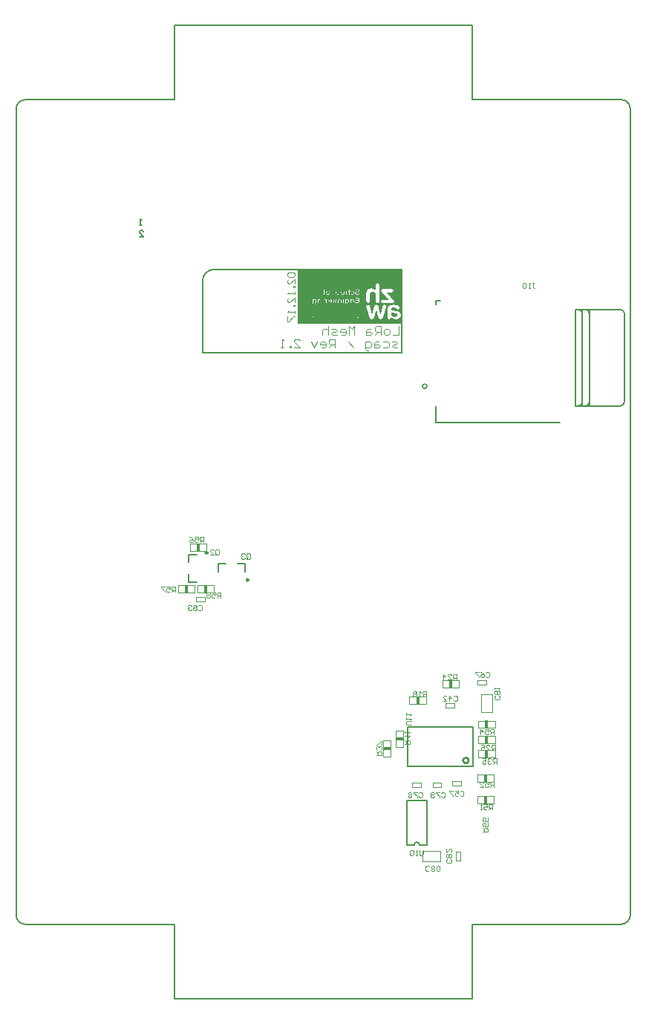
<source format=gbo>
G04 Layer_Color=32896*
%FSLAX44Y44*%
%MOMM*%
G71*
G01*
G75*
%ADD58C,0.2000*%
%ADD63C,0.1000*%
%ADD115C,0.2500*%
%ADD118C,0.1016*%
%ADD121C,0.0050*%
%ADD123C,0.1270*%
%ADD127R,0.4080X0.8880*%
%ADD128R,0.8880X0.4080*%
%ADD194C,0.0254*%
%ADD195C,0.1200*%
D58*
X288112Y613302D02*
G03*
X288112Y613302I-2500J0D01*
G01*
X45158Y746438D02*
G03*
X32458Y733738I0J-12700D01*
G01*
X279837Y90364D02*
G03*
X273487Y90364I-3175J0D01*
G01*
X45158Y746438D02*
X141130D01*
X32458Y651988D02*
Y733738D01*
Y651988D02*
X259748D01*
Y686494D01*
X141130Y746438D02*
X259648D01*
X259748Y686888D02*
Y746438D01*
X80532Y402114D02*
Y411114D01*
X72532D02*
X80532D01*
X50532Y402114D02*
Y411114D01*
X58532D01*
X16834Y421240D02*
X25834D01*
X16834Y412490D02*
Y421240D01*
Y390240D02*
X25834D01*
X16834D02*
Y398990D01*
X265012Y90364D02*
X273487D01*
X279837D02*
X288312D01*
Y141164D01*
X265012D02*
X288312D01*
X265012Y90364D02*
Y141164D01*
X266662Y179714D02*
X340662D01*
X266662D02*
Y224714D01*
X340662D01*
Y179714D02*
Y224714D01*
X-37000Y797000D02*
X-39333D01*
X-38166D01*
Y803998D01*
X-37000Y802831D01*
X-39665Y784000D02*
X-35000D01*
X-39665Y788665D01*
Y789831D01*
X-38499Y790998D01*
X-36166D01*
X-35000Y789831D01*
X520000Y930000D02*
G03*
X510000Y940000I-10000J0D01*
G01*
Y0D02*
G03*
X520000Y10000I0J10000D01*
G01*
X-180000D02*
G03*
X-170000Y0I10000J0D01*
G01*
Y940000D02*
G03*
X-180000Y930000I0J-10000D01*
G01*
X0Y-85000D02*
X340000D01*
X0Y1025000D02*
X340000D01*
X0Y940000D02*
Y1025000D01*
X340000Y940000D02*
Y1025000D01*
Y-85000D02*
Y0D01*
X0Y-85000D02*
Y0D01*
X-165000D02*
X0D01*
X-170000Y940000D02*
X0D01*
X-180000Y10000D02*
Y930000D01*
X340000Y940000D02*
X505000D01*
X340000Y0D02*
X505000D01*
X520000Y10000D02*
Y930000D01*
X505000Y940000D02*
X510000D01*
X505000Y0D02*
X510000D01*
X-170000D02*
X-165000D01*
D63*
X304721Y149748D02*
X305721Y150748D01*
X307720D01*
X308720Y149748D01*
Y145750D01*
X307720Y144750D01*
X305721D01*
X304721Y145750D01*
X302722Y150748D02*
X298723D01*
Y149748D01*
X302722Y145750D01*
Y144750D01*
X296724Y145750D02*
X295724Y144750D01*
X293725D01*
X292725Y145750D01*
Y149748D01*
X293725Y150748D01*
X295724D01*
X296724Y149748D01*
Y148749D01*
X295724Y147749D01*
X292725D01*
X318581Y259506D02*
X319581Y260506D01*
X321580D01*
X322580Y259506D01*
Y255508D01*
X321580Y254508D01*
X319581D01*
X318581Y255508D01*
X313583Y254508D02*
Y260506D01*
X316582Y257507D01*
X312583D01*
X306585Y254508D02*
X310584D01*
X306585Y258507D01*
Y259506D01*
X307585Y260506D01*
X309584D01*
X310584Y259506D01*
X326073Y151272D02*
X327073Y152272D01*
X329072D01*
X330072Y151272D01*
Y147274D01*
X329072Y146274D01*
X327073D01*
X326073Y147274D01*
X320075Y152272D02*
X324074D01*
Y149273D01*
X322075Y150273D01*
X321075D01*
X320075Y149273D01*
Y147274D01*
X321075Y146274D01*
X323074D01*
X324074Y147274D01*
X318076Y152272D02*
X314077D01*
Y151272D01*
X318076Y147274D01*
Y146274D01*
X355157Y286684D02*
X356157Y287684D01*
X358156D01*
X359156Y286684D01*
Y282686D01*
X358156Y281686D01*
X356157D01*
X355157Y282686D01*
X349159Y287684D02*
X351159Y286684D01*
X353158Y284685D01*
Y282686D01*
X352158Y281686D01*
X350159D01*
X349159Y282686D01*
Y283685D01*
X350159Y284685D01*
X353158D01*
X347160Y287684D02*
X343161D01*
Y286684D01*
X347160Y282686D01*
Y281686D01*
X278917Y149766D02*
X279917Y150766D01*
X281916D01*
X282916Y149766D01*
Y145768D01*
X281916Y144768D01*
X279917D01*
X278917Y145768D01*
X276918Y150766D02*
X272919D01*
Y149766D01*
X276918Y145768D01*
Y144768D01*
X270920Y149766D02*
X269920Y150766D01*
X267921D01*
X266921Y149766D01*
Y148767D01*
X267921Y147767D01*
X266921Y146767D01*
Y145768D01*
X267921Y144768D01*
X269920D01*
X270920Y145768D01*
Y146767D01*
X269920Y147767D01*
X270920Y148767D01*
Y149766D01*
X269920Y147767D02*
X267921D01*
X287140Y259905D02*
Y265903D01*
X284141D01*
X283141Y264903D01*
Y262904D01*
X284141Y261904D01*
X287140D01*
X285141D02*
X283141Y259905D01*
X281142D02*
X279143D01*
X280142D01*
Y265903D01*
X281142Y264903D01*
X276144D02*
X275144Y265903D01*
X273144D01*
X272145Y264903D01*
Y263904D01*
X273144Y262904D01*
X272145Y261904D01*
Y260905D01*
X273144Y259905D01*
X275144D01*
X276144Y260905D01*
Y261904D01*
X275144Y262904D01*
X276144Y263904D01*
Y264903D01*
X275144Y262904D02*
X273144D01*
X283662Y84712D02*
Y79714D01*
X282662Y78714D01*
X280663D01*
X279663Y79714D01*
Y84712D01*
X277664Y78714D02*
X275665D01*
X276664D01*
Y84712D01*
X277664Y83712D01*
X272666D02*
X271666Y84712D01*
X269667D01*
X268667Y83712D01*
Y79714D01*
X269667Y78714D01*
X271666D01*
X272666Y79714D01*
Y83712D01*
X270158Y227584D02*
X265160D01*
X264160Y228584D01*
Y230583D01*
X265160Y231583D01*
X270158D01*
X264160Y233582D02*
Y235581D01*
Y234582D01*
X270158D01*
X269158Y233582D01*
X264160Y238580D02*
Y240580D01*
Y239580D01*
X270158D01*
X269158Y238580D01*
X365760Y198247D02*
Y204245D01*
X362761D01*
X361761Y203245D01*
Y201246D01*
X362761Y200246D01*
X365760D01*
X363761D02*
X361761Y198247D01*
X355763D02*
X359762D01*
X355763Y202246D01*
Y203245D01*
X356763Y204245D01*
X358762D01*
X359762Y203245D01*
X349765Y204245D02*
X353764D01*
Y201246D01*
X351764Y202246D01*
X350765D01*
X349765Y201246D01*
Y199247D01*
X350765Y198247D01*
X352764D01*
X353764Y199247D01*
X367538Y182880D02*
Y188878D01*
X364539D01*
X363539Y187878D01*
Y185879D01*
X364539Y184879D01*
X367538D01*
X365539D02*
X363539Y182880D01*
X361540Y187878D02*
X360540Y188878D01*
X358541D01*
X357541Y187878D01*
Y186879D01*
X358541Y185879D01*
X359541D01*
X358541D01*
X357541Y184879D01*
Y183880D01*
X358541Y182880D01*
X360540D01*
X361540Y183880D01*
X351543Y188878D02*
X355542D01*
Y185879D01*
X353543Y186879D01*
X352543D01*
X351543Y185879D01*
Y183880D01*
X352543Y182880D01*
X354542D01*
X355542Y183880D01*
X230632Y192786D02*
X236630D01*
Y195785D01*
X235630Y196785D01*
X233631D01*
X232631Y195785D01*
Y192786D01*
Y194785D02*
X230632Y196785D01*
X235630Y198784D02*
X236630Y199784D01*
Y201783D01*
X235630Y202783D01*
X234631D01*
X233631Y201783D01*
Y200783D01*
Y201783D01*
X232631Y202783D01*
X231632D01*
X230632Y201783D01*
Y199784D01*
X231632Y198784D01*
X236630Y204782D02*
Y208781D01*
X235630D01*
X231632Y204782D01*
X230632D01*
X362966Y130556D02*
Y136554D01*
X359967D01*
X358967Y135554D01*
Y133555D01*
X359967Y132555D01*
X362966D01*
X360967D02*
X358967Y130556D01*
X352969Y136554D02*
X356968D01*
Y133555D01*
X354969Y134555D01*
X353969D01*
X352969Y133555D01*
Y131556D01*
X353969Y130556D01*
X355968D01*
X356968Y131556D01*
X350970Y130556D02*
X348970D01*
X349970D01*
Y136554D01*
X350970Y135554D01*
X364236Y156464D02*
Y162462D01*
X361237D01*
X360237Y161462D01*
Y159463D01*
X361237Y158463D01*
X364236D01*
X362237D02*
X360237Y156464D01*
X354239Y162462D02*
X358238D01*
Y159463D01*
X356239Y160463D01*
X355239D01*
X354239Y159463D01*
Y157464D01*
X355239Y156464D01*
X357238D01*
X358238Y157464D01*
X348241Y156464D02*
X352240D01*
X348241Y160463D01*
Y161462D01*
X349241Y162462D01*
X351240D01*
X352240Y161462D01*
X364236Y216662D02*
Y222660D01*
X361237D01*
X360237Y221660D01*
Y219661D01*
X361237Y218661D01*
X364236D01*
X362237D02*
X360237Y216662D01*
X354239Y222660D02*
X358238D01*
Y219661D01*
X356239Y220661D01*
X355239D01*
X354239Y219661D01*
Y217662D01*
X355239Y216662D01*
X357238D01*
X358238Y217662D01*
X349241Y216662D02*
Y222660D01*
X352240Y219661D01*
X348241D01*
X290981Y61328D02*
X289981Y60328D01*
X287982D01*
X286982Y61328D01*
Y65326D01*
X287982Y66326D01*
X289981D01*
X290981Y65326D01*
X292980Y61328D02*
X293980Y60328D01*
X295979D01*
X296979Y61328D01*
Y62327D01*
X295979Y63327D01*
X296979Y64327D01*
Y65326D01*
X295979Y66326D01*
X293980D01*
X292980Y65326D01*
Y64327D01*
X293980Y63327D01*
X292980Y62327D01*
Y61328D01*
X293980Y63327D02*
X295979D01*
X298978Y61328D02*
X299978Y60328D01*
X301977D01*
X302977Y61328D01*
Y65326D01*
X301977Y66326D01*
X299978D01*
X298978Y65326D01*
Y61328D01*
X370250Y260031D02*
X371250Y259031D01*
Y257032D01*
X370250Y256032D01*
X366252D01*
X365252Y257032D01*
Y259031D01*
X366252Y260031D01*
X370250Y262030D02*
X371250Y263030D01*
Y265029D01*
X370250Y266029D01*
X369251D01*
X368251Y265029D01*
X367251Y266029D01*
X366252D01*
X365252Y265029D01*
Y263030D01*
X366252Y262030D01*
X367251D01*
X368251Y263030D01*
X369251Y262030D01*
X370250D01*
X368251Y263030D02*
Y265029D01*
X365252Y268028D02*
Y270028D01*
Y269028D01*
X371250D01*
X370250Y268028D01*
X315132Y73849D02*
X316132Y72849D01*
Y70850D01*
X315132Y69850D01*
X311134D01*
X310134Y70850D01*
Y72849D01*
X311134Y73849D01*
X315132Y75848D02*
X316132Y76848D01*
Y78847D01*
X315132Y79847D01*
X314133D01*
X313133Y78847D01*
X312133Y79847D01*
X311134D01*
X310134Y78847D01*
Y76848D01*
X311134Y75848D01*
X312133D01*
X313133Y76848D01*
X314133Y75848D01*
X315132D01*
X313133Y76848D02*
Y78847D01*
X310134Y85845D02*
Y81846D01*
X314133Y85845D01*
X315132D01*
X316132Y84845D01*
Y82846D01*
X315132Y81846D01*
X321818Y279146D02*
Y285144D01*
X318819D01*
X317819Y284144D01*
Y282145D01*
X318819Y281145D01*
X321818D01*
X319819D02*
X317819Y279146D01*
X311821D02*
X315820D01*
X311821Y283145D01*
Y284144D01*
X312821Y285144D01*
X314820D01*
X315820Y284144D01*
X306823Y279146D02*
Y285144D01*
X309822Y282145D01*
X305823D01*
X351384Y105704D02*
X357382D01*
Y108703D01*
X356382Y109703D01*
X354383D01*
X353383Y108703D01*
Y105704D01*
Y107703D02*
X351384Y109703D01*
X357382Y115701D02*
Y111702D01*
X354383D01*
X355383Y113701D01*
Y114701D01*
X354383Y115701D01*
X352384D01*
X351384Y114701D01*
Y112702D01*
X352384Y111702D01*
X357382Y121699D02*
Y117700D01*
X354383D01*
X355383Y119699D01*
Y120699D01*
X354383Y121699D01*
X352384D01*
X351384Y120699D01*
Y118700D01*
X352384Y117700D01*
X262890Y205740D02*
X268888D01*
Y208739D01*
X267888Y209739D01*
X265889D01*
X264889Y208739D01*
Y205740D01*
Y207739D02*
X262890Y209739D01*
Y214737D02*
X268888D01*
X265889Y211738D01*
Y215737D01*
X262890Y217736D02*
Y219736D01*
Y218736D01*
X268888D01*
X267888Y217736D01*
X408243Y730914D02*
X410243D01*
X409243D01*
Y725916D01*
X410243Y724916D01*
X411242D01*
X412242Y725916D01*
X406244Y724916D02*
X404245D01*
X405244D01*
Y730914D01*
X406244Y729914D01*
X401246D02*
X400246Y730914D01*
X398246D01*
X397247Y729914D01*
Y725916D01*
X398246Y724916D01*
X400246D01*
X401246Y725916D01*
Y729914D01*
X47055Y422132D02*
Y426130D01*
X48055Y427130D01*
X50054D01*
X51054Y426130D01*
Y422132D01*
X50054Y421132D01*
X48055D01*
X49055Y423131D02*
X47055Y421132D01*
X48055D02*
X47055Y422132D01*
X41057Y421132D02*
X45056D01*
X41057Y425131D01*
Y426130D01*
X42057Y427130D01*
X44056D01*
X45056Y426130D01*
X82615Y417560D02*
Y421558D01*
X83615Y422558D01*
X85614D01*
X86614Y421558D01*
Y417560D01*
X85614Y416560D01*
X83615D01*
X84615Y418559D02*
X82615Y416560D01*
X83615D02*
X82615Y417560D01*
X80616Y421558D02*
X79616Y422558D01*
X77617D01*
X76617Y421558D01*
Y420559D01*
X77617Y419559D01*
X78617D01*
X77617D01*
X76617Y418559D01*
Y417560D01*
X77617Y416560D01*
X79616D01*
X80616Y417560D01*
X33528Y435610D02*
Y441608D01*
X30529D01*
X29529Y440608D01*
Y438609D01*
X30529Y437609D01*
X33528D01*
X31529D02*
X29529Y435610D01*
X23531Y441608D02*
X27530D01*
Y438609D01*
X25531Y439609D01*
X24531D01*
X23531Y438609D01*
Y436610D01*
X24531Y435610D01*
X26530D01*
X27530Y436610D01*
X17533Y441608D02*
X19533Y440608D01*
X21532Y438609D01*
Y436610D01*
X20532Y435610D01*
X18533D01*
X17533Y436610D01*
Y437609D01*
X18533Y438609D01*
X21532D01*
X1270Y378968D02*
Y384966D01*
X-1729D01*
X-2729Y383966D01*
Y381967D01*
X-1729Y380967D01*
X1270D01*
X-729D02*
X-2729Y378968D01*
X-8727Y384966D02*
X-4728D01*
Y381967D01*
X-6727Y382967D01*
X-7727D01*
X-8727Y381967D01*
Y379968D01*
X-7727Y378968D01*
X-5728D01*
X-4728Y379968D01*
X-10726Y384966D02*
X-14725D01*
Y383966D01*
X-10726Y379968D01*
Y378968D01*
X52832Y372364D02*
Y378362D01*
X49833D01*
X48833Y377362D01*
Y375363D01*
X49833Y374363D01*
X52832D01*
X50833D02*
X48833Y372364D01*
X42835Y378362D02*
X46834D01*
Y375363D01*
X44835Y376363D01*
X43835D01*
X42835Y375363D01*
Y373364D01*
X43835Y372364D01*
X45834D01*
X46834Y373364D01*
X40836Y377362D02*
X39836Y378362D01*
X37837D01*
X36837Y377362D01*
Y376363D01*
X37837Y375363D01*
X36837Y374363D01*
Y373364D01*
X37837Y372364D01*
X39836D01*
X40836Y373364D01*
Y374363D01*
X39836Y375363D01*
X40836Y376363D01*
Y377362D01*
X39836Y375363D02*
X37837D01*
X27497Y362884D02*
X28497Y363884D01*
X30496D01*
X31496Y362884D01*
Y358886D01*
X30496Y357886D01*
X28497D01*
X27497Y358886D01*
X25498Y362884D02*
X24498Y363884D01*
X22499D01*
X21499Y362884D01*
Y361885D01*
X22499Y360885D01*
X21499Y359885D01*
Y358886D01*
X22499Y357886D01*
X24498D01*
X25498Y358886D01*
Y359885D01*
X24498Y360885D01*
X25498Y361885D01*
Y362884D01*
X24498Y360885D02*
X22499D01*
X19500Y362884D02*
X18500Y363884D01*
X16501D01*
X15501Y362884D01*
Y361885D01*
X16501Y360885D01*
X17500D01*
X16501D01*
X15501Y359885D01*
Y358886D01*
X16501Y357886D01*
X18500D01*
X19500Y358886D01*
X255688Y682025D02*
Y672028D01*
X249023D01*
X244025D02*
X240693D01*
X239027Y673694D01*
Y677026D01*
X240693Y678692D01*
X244025D01*
X245691Y677026D01*
Y673694D01*
X244025Y672028D01*
X235694D02*
Y682025D01*
X230696D01*
X229030Y680359D01*
Y677026D01*
X230696Y675360D01*
X235694D01*
X232362D02*
X229030Y672028D01*
X224031Y678692D02*
X220699D01*
X219033Y677026D01*
Y672028D01*
X224031D01*
X225697Y673694D01*
X224031Y675360D01*
X219033D01*
X205704Y672028D02*
Y682025D01*
X202372Y678692D01*
X199039Y682025D01*
Y672028D01*
X190709D02*
X194041D01*
X195707Y673694D01*
Y677026D01*
X194041Y678692D01*
X190709D01*
X189043Y677026D01*
Y675360D01*
X195707D01*
X185710Y672028D02*
X180712D01*
X179046Y673694D01*
X180712Y675360D01*
X184044D01*
X185710Y677026D01*
X184044Y678692D01*
X179046D01*
X175714Y682025D02*
Y672028D01*
Y677026D01*
X174048Y678692D01*
X170715D01*
X169049Y677026D01*
Y672028D01*
D115*
X84782Y392614D02*
G03*
X84782Y392614I-1250J0D01*
G01*
X38334Y423490D02*
G03*
X38334Y423490I-1250J0D01*
G01*
X335824Y186714D02*
G03*
X335824Y186714I-3162J0D01*
G01*
D118*
X294720Y156250D02*
X304720D01*
X294720D02*
Y161250D01*
X304720Y156250D02*
Y161250D01*
X294720D02*
X304720D01*
X25210Y373086D02*
X35210D01*
Y368086D02*
Y373086D01*
X25210Y368086D02*
Y373086D01*
Y368086D02*
X35210D01*
X326162Y72714D02*
Y82714D01*
X321162Y72714D02*
X326162D01*
X321162Y82714D02*
X326162D01*
X321162Y72714D02*
Y82714D01*
X350362Y241824D02*
Y261824D01*
X362362D01*
Y241824D02*
Y261824D01*
X350362Y241824D02*
X362362D01*
X283116Y83724D02*
X303116D01*
Y71724D02*
Y83724D01*
X283116Y71724D02*
X303116D01*
X283116D02*
Y83724D01*
X271098Y155996D02*
X281098D01*
X271098D02*
Y160996D01*
X281098Y155996D02*
Y160996D01*
X271098D02*
X281098D01*
X345862Y278090D02*
X355862D01*
Y273090D02*
Y278090D01*
X345862Y273090D02*
Y278090D01*
Y273090D02*
X355862D01*
X317072Y157774D02*
X327072D01*
X317072D02*
Y162774D01*
X327072Y157774D02*
Y162774D01*
X317072D02*
X327072D01*
X309662Y247214D02*
X319662D01*
X309662D02*
Y252214D01*
X319662Y247214D02*
Y252214D01*
X309662D02*
X319662D01*
D121*
X26416Y377825D02*
X45212D01*
Y386207D01*
X26416D02*
X45212D01*
X26416Y377825D02*
Y386207D01*
X4318Y378079D02*
X23114D01*
Y386461D01*
X4318D02*
X23114D01*
X4318Y378079D02*
Y386461D01*
X18288Y425831D02*
X37084D01*
Y434213D01*
X18288D02*
X37084D01*
X18288Y425831D02*
Y434213D01*
X346964Y223647D02*
X365760D01*
Y232029D01*
X346964D02*
X365760D01*
X346964Y223647D02*
Y232029D01*
X345694Y162433D02*
X364490D01*
Y170815D01*
X345694D02*
X364490D01*
X345694Y162433D02*
Y170815D01*
Y137541D02*
X364490D01*
Y145923D01*
X345694D02*
X364490D01*
X345694Y137541D02*
Y145923D01*
X260853Y202236D02*
Y221032D01*
X252471D02*
X260853D01*
X252471Y202236D02*
Y221032D01*
Y202236D02*
X260853D01*
X246853Y191236D02*
Y210032D01*
X238471D02*
X246853D01*
X238471Y191236D02*
Y210032D01*
Y191236D02*
X246853D01*
X346964Y189865D02*
X365760D01*
Y198247D01*
X346964D02*
X365760D01*
X346964Y189865D02*
Y198247D01*
Y206121D02*
X365760D01*
Y214503D01*
X346964D02*
X365760D01*
X346964Y206121D02*
Y214503D01*
X305682Y278191D02*
X324478D01*
X305682Y269809D02*
Y278191D01*
Y269809D02*
X324478D01*
Y278191D01*
X268344Y259905D02*
X287140D01*
X268344Y251523D02*
Y259905D01*
Y251523D02*
X287140D01*
Y259905D01*
D123*
X513612Y695802D02*
G03*
X508612Y700802I-5000J0D01*
G01*
X473612Y695802D02*
G03*
X468612Y700802I-5000J0D01*
G01*
X465612Y695802D02*
G03*
X460612Y700802I-5000J0D01*
G01*
X508612Y590802D02*
G03*
X513612Y595802I0J5000D01*
G01*
X468612Y590802D02*
G03*
X473612Y595802I0J5000D01*
G01*
X460612Y590802D02*
G03*
X465612Y595802I0J5000D01*
G01*
X298112Y572302D02*
X439612D01*
X298112D02*
Y590802D01*
Y710802D02*
X303612D01*
X298112Y706302D02*
Y710802D01*
X473612Y700802D02*
X508612D01*
X465612D02*
X468612D01*
X457612D02*
X460612D01*
X473612Y590802D02*
X508612D01*
X465612D02*
X468612D01*
X457612D02*
X460612D01*
X513612Y595802D02*
Y695802D01*
X457612Y590802D02*
Y700802D01*
X468612D02*
X473612D01*
Y695802D02*
Y700802D01*
Y595802D02*
Y695802D01*
Y590802D02*
Y595802D01*
X468612Y590802D02*
X473612D01*
X460612Y700802D02*
X465612D01*
Y695802D02*
Y700802D01*
Y595802D02*
Y695802D01*
Y590802D02*
Y595802D01*
X460612Y590802D02*
X465612D01*
D127*
X35833Y382016D02*
D03*
X13735Y382270D02*
D03*
X27705Y430022D02*
D03*
X356381Y227838D02*
D03*
X355111Y166624D02*
D03*
Y141732D02*
D03*
X356381Y194056D02*
D03*
Y210312D02*
D03*
X315061Y274000D02*
D03*
X277723Y255714D02*
D03*
D128*
X256662Y211653D02*
D03*
X242662Y200652D02*
D03*
D194*
X141130Y685364D02*
X259748D01*
X141130Y685618D02*
X259748D01*
X141130Y685872D02*
X259748D01*
X141130Y686126D02*
X259748D01*
X141130Y686380D02*
X259748D01*
X141130Y686634D02*
X259748D01*
X141130Y686888D02*
X259748D01*
X141130Y687142D02*
X259748D01*
X141130Y687396D02*
X259748D01*
X141130Y687650D02*
X259748D01*
X141130Y687904D02*
X259748D01*
X141130Y688158D02*
X259748D01*
X141130Y688412D02*
X259748D01*
X141130Y688666D02*
X259748D01*
X141130Y688920D02*
X174404D01*
X175420D02*
X259748D01*
X141130Y689174D02*
X174150D01*
X175420D02*
X259748D01*
X141130Y689428D02*
X174150D01*
X174912D02*
X259748D01*
X141130Y689682D02*
X173896D01*
X174658D02*
X259748D01*
X141130Y689936D02*
X157386D01*
X158402D02*
X161704D01*
X161958D02*
X163736D01*
X163990D02*
X165514D01*
X166530D02*
X170594D01*
X171610D02*
X173896D01*
X174658D02*
X176944D01*
X178214D02*
X182786D01*
X183548D02*
X186088D01*
X186850D02*
X189644D01*
X190660D02*
X193200D01*
X194216D02*
X196502D01*
X197264D02*
X199804D01*
X200566D02*
X223934D01*
X226220D02*
X233840D01*
X236126D02*
X243238D01*
X245524D02*
X251112D01*
X254414D02*
X259748D01*
X141130Y690190D02*
X156878D01*
X158910D02*
X159672D01*
X160434D02*
X161704D01*
X162212D02*
X163482D01*
X164244D02*
X165006D01*
X167038D02*
X167800D01*
X169070D02*
X170086D01*
X172118D02*
X173896D01*
X174658D02*
X176436D01*
X178976D02*
X181770D01*
X184310D02*
X185580D01*
X187358D02*
X188628D01*
X189136D02*
X189390D01*
X191168D02*
X192184D01*
X194724D02*
X195994D01*
X197772D02*
X199296D01*
X201074D02*
X201328D01*
X201836D02*
X202598D01*
X203360D02*
X204376D01*
X205138D02*
X206408D01*
X207170D02*
X207678D01*
X210726D02*
X223426D01*
X226728D02*
X233332D01*
X236634D02*
X242984D01*
X246032D02*
X250096D01*
X255176D02*
X259748D01*
X141130Y690444D02*
X156624D01*
X159164D02*
X159672D01*
X160434D02*
X161704D01*
X162212D02*
X163482D01*
X164244D02*
X164752D01*
X167292D02*
X167800D01*
X169070D02*
X169832D01*
X172372D02*
X173642D01*
X174658D02*
X176182D01*
X179230D02*
X181770D01*
X184564D02*
X185326D01*
X187612D02*
X188628D01*
X191168D02*
X192184D01*
X194978D02*
X195740D01*
X198026D02*
X199042D01*
X201836D02*
X202598D01*
X203106D02*
X204376D01*
X205138D02*
X206408D01*
X207170D02*
X207678D01*
X210726D02*
X222918D01*
X226982D02*
X233078D01*
X237142D02*
X242476D01*
X246286D02*
X249334D01*
X255684D02*
X259748D01*
X141130Y690698D02*
X156624D01*
X157132D02*
X158402D01*
X159164D02*
X159672D01*
X160434D02*
X161704D01*
X162212D02*
X163482D01*
X164244D02*
X164752D01*
X165514D02*
X166530D01*
X167292D02*
X168562D01*
X169070D02*
X169832D01*
X170594D02*
X171864D01*
X172626D02*
X173642D01*
X174658D02*
X175928D01*
X176690D02*
X178468D01*
X179230D02*
X181770D01*
X182532D02*
X183802D01*
X184564D02*
X185072D01*
X185834D02*
X187104D01*
X187866D02*
X188628D01*
X189390D02*
X190660D01*
X191422D02*
X192184D01*
X193200D02*
X194216D01*
X194978D02*
X195740D01*
X196248D02*
X197518D01*
X198280D02*
X199042D01*
X199804D02*
X201074D01*
X201836D02*
X202598D01*
X203106D02*
X204376D01*
X205138D02*
X206408D01*
X207170D02*
X209964D01*
X210726D02*
X222664D01*
X227236D02*
X232824D01*
X237396D02*
X242476D01*
X246540D02*
X248826D01*
X256192D02*
X259748D01*
X141130Y690952D02*
X156624D01*
X157132D02*
X158656D01*
X159164D02*
X159672D01*
X160434D02*
X161704D01*
X162212D02*
X163482D01*
X164244D02*
X164752D01*
X165260D02*
X166784D01*
X167546D02*
X168562D01*
X169070D02*
X169832D01*
X170594D02*
X171864D01*
X172626D02*
X173642D01*
X174912D02*
X175928D01*
X176690D02*
X178722D01*
X179484D02*
X181770D01*
X182532D02*
X184056D01*
X184818D02*
X185072D01*
X185834D02*
X187358D01*
X187866D02*
X188628D01*
X189390D02*
X190914D01*
X191676D02*
X192184D01*
X192946D02*
X194470D01*
X195232D02*
X195486D01*
X196248D02*
X197772D01*
X198280D02*
X198788D01*
X199550D02*
X201074D01*
X201836D02*
X202598D01*
X203106D02*
X204376D01*
X205138D02*
X206408D01*
X207170D02*
X209964D01*
X210726D02*
X222410D01*
X227490D02*
X232570D01*
X237650D02*
X242222D01*
X246794D02*
X248572D01*
X256446D02*
X259748D01*
X141130Y691206D02*
X156624D01*
X157386D02*
X159672D01*
X160434D02*
X161704D01*
X162212D02*
X163482D01*
X164244D02*
X166784D01*
X167546D02*
X168562D01*
X169070D02*
X169832D01*
X170848D02*
X173388D01*
X174150D02*
X174404D01*
X174912D02*
X175928D01*
X176690D02*
X178722D01*
X179484D02*
X181770D01*
X182278D02*
X184056D01*
X184818D02*
X187358D01*
X188120D02*
X188628D01*
X189136D02*
X190914D01*
X191676D02*
X192184D01*
X192946D02*
X194470D01*
X195232D02*
X197772D01*
X198534D02*
X198788D01*
X199550D02*
X201328D01*
X201836D02*
X202598D01*
X203106D02*
X204376D01*
X205138D02*
X206408D01*
X207170D02*
X209964D01*
X210726D02*
X222410D01*
X227744D02*
X232316D01*
X237650D02*
X241968D01*
X246794D02*
X248064D01*
X256700D02*
X259748D01*
X141130Y691460D02*
X156624D01*
X158402D02*
X159672D01*
X160434D02*
X161704D01*
X162212D02*
X163482D01*
X164244D02*
X164498D01*
X167546D02*
X168562D01*
X169070D02*
X170086D01*
X171864D02*
X173388D01*
X173896D02*
X174404D01*
X175166D02*
X175928D01*
X176690D02*
X178976D01*
X179484D02*
X181770D01*
X182278D02*
X184056D01*
X184818D02*
X185072D01*
X188120D02*
X188628D01*
X189136D02*
X190914D01*
X191676D02*
X192184D01*
X192692D02*
X194470D01*
X195232D02*
X195486D01*
X198534D02*
X198788D01*
X199550D02*
X201328D01*
X201836D02*
X202598D01*
X203106D02*
X204376D01*
X205138D02*
X206408D01*
X207170D02*
X209964D01*
X210726D02*
X222156D01*
X227998D02*
X232316D01*
X237904D02*
X241968D01*
X247048D02*
X247810D01*
X256954D02*
X259748D01*
X141130Y691714D02*
X156878D01*
X158910D02*
X159672D01*
X160434D02*
X161704D01*
X162212D02*
X163482D01*
X164244D02*
X164498D01*
X167546D02*
X168562D01*
X169070D02*
X170340D01*
X172118D02*
X173134D01*
X173896D02*
X174404D01*
X175166D02*
X175928D01*
X176944D02*
X181770D01*
X182278D02*
X184056D01*
X184818D02*
X185072D01*
X188120D02*
X188628D01*
X189136D02*
X190914D01*
X191676D02*
X192184D01*
X192692D02*
X194470D01*
X195232D02*
X195486D01*
X198534D02*
X198788D01*
X199550D02*
X201328D01*
X201836D02*
X202598D01*
X203106D02*
X204376D01*
X205138D02*
X206408D01*
X207170D02*
X209964D01*
X210726D02*
X222156D01*
X227998D02*
X232062D01*
X237904D02*
X241968D01*
X247048D02*
X247556D01*
X257208D02*
X259748D01*
X141130Y691968D02*
X157894D01*
X159164D02*
X159672D01*
X160434D02*
X161704D01*
X162212D02*
X163482D01*
X164244D02*
X164498D01*
X165260D02*
X166784D01*
X167546D02*
X168562D01*
X169070D02*
X171102D01*
X172372D02*
X173134D01*
X173896D02*
X174658D01*
X175420D02*
X176182D01*
X177960D02*
X181770D01*
X182278D02*
X184056D01*
X184818D02*
X185072D01*
X185834D02*
X187358D01*
X188120D02*
X188628D01*
X189136D02*
X190914D01*
X191676D02*
X192184D01*
X192946D02*
X194470D01*
X195232D02*
X195486D01*
X196248D02*
X197772D01*
X198534D02*
X198788D01*
X199550D02*
X201328D01*
X201836D02*
X202598D01*
X203106D02*
X204376D01*
X205138D02*
X206408D01*
X207170D02*
X207678D01*
X210726D02*
X221902D01*
X227998D02*
X232062D01*
X238158D02*
X241968D01*
X257462D02*
X259748D01*
X141130Y692222D02*
X156624D01*
X157132D02*
X158402D01*
X159164D02*
X159672D01*
X160434D02*
X161450D01*
X162212D02*
X163482D01*
X164244D02*
X164752D01*
X165260D02*
X166784D01*
X167546D02*
X168562D01*
X169070D02*
X170086D01*
X170594D02*
X171864D01*
X172626D02*
X173134D01*
X173642D02*
X174658D01*
X175420D02*
X176436D01*
X178722D02*
X181770D01*
X182532D02*
X184056D01*
X184818D02*
X185072D01*
X185834D02*
X187358D01*
X187866D02*
X188628D01*
X189390D02*
X190914D01*
X191676D02*
X192184D01*
X192946D02*
X194470D01*
X195232D02*
X195486D01*
X196248D02*
X197772D01*
X198280D02*
X198788D01*
X199550D02*
X201074D01*
X201836D02*
X202598D01*
X203360D02*
X204376D01*
X205138D02*
X206408D01*
X207170D02*
X207678D01*
X210726D02*
X221902D01*
X228252D02*
X231808D01*
X238158D02*
X241968D01*
X257716D02*
X259748D01*
X141130Y692476D02*
X156624D01*
X157386D02*
X158402D01*
X159164D02*
X159672D01*
X160434D02*
X161450D01*
X162212D02*
X163228D01*
X164244D02*
X164752D01*
X165514D02*
X166530D01*
X167292D02*
X168562D01*
X169070D02*
X169832D01*
X170594D02*
X171864D01*
X172626D02*
X172880D01*
X173642D02*
X174912D01*
X175420D02*
X177198D01*
X179230D02*
X181770D01*
X182786D02*
X183802D01*
X184564D02*
X185326D01*
X186088D02*
X187104D01*
X187866D02*
X188628D01*
X189390D02*
X190660D01*
X191422D02*
X192184D01*
X193200D02*
X194216D01*
X194978D02*
X195740D01*
X196502D02*
X197518D01*
X198280D02*
X199042D01*
X199804D02*
X201074D01*
X201836D02*
X202598D01*
X203360D02*
X204376D01*
X205138D02*
X206154D01*
X207170D02*
X207678D01*
X210726D02*
X221902D01*
X228252D02*
X231808D01*
X238158D02*
X242222D01*
X257716D02*
X259748D01*
X141130Y692730D02*
X156624D01*
X159164D02*
X159672D01*
X164244D02*
X165006D01*
X167292D02*
X167800D01*
X169578D02*
X170086D01*
X172372D02*
X172880D01*
X173642D02*
X174912D01*
X175674D02*
X178214D01*
X179230D02*
X181770D01*
X184564D02*
X185326D01*
X187612D02*
X188628D01*
X191422D02*
X192184D01*
X194978D02*
X195740D01*
X198026D02*
X199042D01*
X201836D02*
X202598D01*
X207170D02*
X209964D01*
X210726D02*
X221648D01*
X228252D02*
X231808D01*
X238412D02*
X242222D01*
X257970D02*
X259748D01*
X141130Y692984D02*
X156878D01*
X158910D02*
X159926D01*
X161450D02*
X161958D01*
X164244D02*
X165260D01*
X167038D02*
X167800D01*
X169578D02*
X170340D01*
X172118D02*
X172626D01*
X173388D02*
X174912D01*
X175674D02*
X178468D01*
X179230D02*
X181770D01*
X182278D02*
X182532D01*
X184310D02*
X185580D01*
X187358D02*
X188628D01*
X189136D02*
X189390D01*
X191168D02*
X192184D01*
X192692D02*
X192946D01*
X194724D02*
X195994D01*
X197772D02*
X199550D01*
X201074D02*
X201328D01*
X201836D02*
X202852D01*
X204376D02*
X204884D01*
X207170D02*
X209964D01*
X210726D02*
X221648D01*
X228252D02*
X231808D01*
X238412D02*
X242222D01*
X257970D02*
X259748D01*
X141130Y693238D02*
X157386D01*
X158402D02*
X160434D01*
X161196D02*
X162212D01*
X162974D02*
X165768D01*
X166530D02*
X168562D01*
X169070D02*
X170848D01*
X171610D02*
X176182D01*
X176690D02*
X178722D01*
X179484D02*
X181770D01*
X182278D02*
X183040D01*
X183802D02*
X186088D01*
X186850D02*
X188628D01*
X189136D02*
X189898D01*
X190660D02*
X192184D01*
X192692D02*
X193454D01*
X194216D02*
X196502D01*
X197264D02*
X199804D01*
X200820D02*
X201328D01*
X201836D02*
X203360D01*
X204122D02*
X205138D01*
X205900D02*
X209964D01*
X210726D02*
X221648D01*
X228506D02*
X231554D01*
X238412D02*
X242222D01*
X249842D02*
X252128D01*
X258224D02*
X259748D01*
X141130Y693492D02*
X168562D01*
X169070D02*
X176182D01*
X176944D02*
X178722D01*
X179230D02*
X181770D01*
X182278D02*
X188628D01*
X189136D02*
X192184D01*
X192692D02*
X201328D01*
X201836D02*
X209964D01*
X210726D02*
X221394D01*
X228506D02*
X231554D01*
X238666D02*
X242476D01*
X249080D02*
X252636D01*
X258224D02*
X259748D01*
X141130Y693746D02*
X168562D01*
X169070D02*
X176182D01*
X177198D02*
X178468D01*
X179230D02*
X181770D01*
X182278D02*
X188628D01*
X189136D02*
X192184D01*
X192692D02*
X201328D01*
X201836D02*
X209964D01*
X210726D02*
X221394D01*
X228506D02*
X231554D01*
X238666D02*
X242476D01*
X248572D02*
X253144D01*
X258224D02*
X259748D01*
X141130Y694000D02*
X168562D01*
X169070D02*
X176436D01*
X178976D02*
X181770D01*
X182278D02*
X188628D01*
X189136D02*
X192184D01*
X192692D02*
X201328D01*
X201836D02*
X207678D01*
X210726D02*
X221394D01*
X228506D02*
X231554D01*
X238666D02*
X242476D01*
X248318D02*
X253144D01*
X258224D02*
X259748D01*
X141130Y694254D02*
X176690D01*
X178722D02*
X181770D01*
X182278D02*
X188628D01*
X189136D02*
X192184D01*
X192692D02*
X201328D01*
X201836D02*
X207678D01*
X210726D02*
X221394D01*
X228760D02*
X231300D01*
X238920D02*
X242476D01*
X248064D02*
X253398D01*
X258224D02*
X259748D01*
X141130Y694508D02*
X221140D01*
X228760D02*
X231300D01*
X238920D02*
X242476D01*
X247810D02*
X253398D01*
X258224D02*
X259748D01*
X141130Y694762D02*
X221140D01*
X228760D02*
X231300D01*
X238920D02*
X242476D01*
X247556D02*
X253398D01*
X258224D02*
X259748D01*
X141130Y695016D02*
X221140D01*
X228760D02*
X231300D01*
X238920D02*
X242476D01*
X247556D02*
X253398D01*
X258224D02*
X259748D01*
X141130Y695270D02*
X220886D01*
X229014D02*
X231046D01*
X239174D02*
X242476D01*
X247556D02*
X253398D01*
X258224D02*
X259748D01*
X141130Y695524D02*
X220886D01*
X229014D02*
X231046D01*
X239174D02*
X242476D01*
X247302D02*
X253398D01*
X258224D02*
X259748D01*
X141130Y695778D02*
X220886D01*
X229014D02*
X231046D01*
X239174D02*
X242476D01*
X247302D02*
X253144D01*
X258224D02*
X259748D01*
X141130Y696032D02*
X220632D01*
X229014D02*
X231046D01*
X239428D02*
X242476D01*
X247302D02*
X253144D01*
X258224D02*
X259748D01*
X141130Y696286D02*
X220632D01*
X229268D02*
X230792D01*
X239428D02*
X242476D01*
X247302D02*
X252636D01*
X257970D02*
X259748D01*
X141130Y696540D02*
X220632D01*
X229268D02*
X230792D01*
X234602D02*
X234856D01*
X239428D02*
X242476D01*
X247302D02*
X252128D01*
X257970D02*
X259748D01*
X141130Y696794D02*
X220378D01*
X229268D02*
X230792D01*
X234602D02*
X234856D01*
X239682D02*
X242476D01*
X247302D02*
X251366D01*
X257970D02*
X259748D01*
X141130Y697048D02*
X220378D01*
X224950D02*
X225458D01*
X229268D02*
X230792D01*
X234602D02*
X234856D01*
X239682D02*
X242476D01*
X247302D02*
X249842D01*
X257716D02*
X259748D01*
X141130Y697302D02*
X171356D01*
X171864D02*
X176436D01*
X176944D02*
X181770D01*
X182532D02*
X189898D01*
X190660D02*
X200058D01*
X200820D02*
X220378D01*
X224950D02*
X225458D01*
X229522D02*
X230538D01*
X234602D02*
X234856D01*
X239682D02*
X242476D01*
X247302D02*
X248318D01*
X257716D02*
X259748D01*
X141130Y697556D02*
X168562D01*
X169324D02*
X170594D01*
X172626D02*
X175674D01*
X177452D02*
X178468D01*
X179484D02*
X180500D01*
X183040D02*
X183802D01*
X184818D02*
X185834D01*
X186596D02*
X187104D01*
X188120D02*
X189390D01*
X191422D02*
X192184D01*
X192946D02*
X194216D01*
X194978D02*
X195740D01*
X196502D02*
X199296D01*
X201582D02*
X202598D01*
X205646D02*
X206408D01*
X207170D02*
X208440D01*
X209202D02*
X209964D01*
X210726D02*
X220378D01*
X224950D02*
X225458D01*
X229522D02*
X230538D01*
X234602D02*
X235110D01*
X239936D02*
X242476D01*
X247302D02*
X247556D01*
X257462D02*
X259748D01*
X141130Y697810D02*
X168816D01*
X169324D02*
X170340D01*
X172880D02*
X175420D01*
X177706D02*
X178468D01*
X179738D02*
X180500D01*
X183294D02*
X183802D01*
X185072D02*
X185834D01*
X186596D02*
X187104D01*
X188374D02*
X189136D01*
X191676D02*
X192184D01*
X192946D02*
X194216D01*
X194978D02*
X195740D01*
X196502D02*
X199042D01*
X201836D02*
X202598D01*
X205646D02*
X206408D01*
X207170D02*
X208440D01*
X209202D02*
X209964D01*
X210726D02*
X220124D01*
X224950D02*
X225458D01*
X229522D02*
X230538D01*
X234348D02*
X235110D01*
X239936D02*
X242476D01*
X257208D02*
X259748D01*
X141130Y698064D02*
X168816D01*
X169324D02*
X170340D01*
X171102D02*
X172118D01*
X172880D02*
X175420D01*
X175928D02*
X177198D01*
X177960D02*
X178976D01*
X179738D02*
X180500D01*
X181516D02*
X182532D01*
X183294D02*
X184310D01*
X185072D02*
X185834D01*
X186596D02*
X187612D01*
X188374D02*
X188882D01*
X189644D02*
X190914D01*
X191676D02*
X192184D01*
X192946D02*
X194216D01*
X194978D02*
X195740D01*
X196502D02*
X198788D01*
X199550D02*
X201074D01*
X202090D02*
X205138D01*
X205646D02*
X206408D01*
X207170D02*
X208440D01*
X209202D02*
X209964D01*
X210726D02*
X220124D01*
X224950D02*
X225458D01*
X229522D02*
X230538D01*
X234348D02*
X235110D01*
X239936D02*
X242476D01*
X256954D02*
X259748D01*
X141130Y698318D02*
X168816D01*
X169324D02*
X170086D01*
X170848D02*
X172372D01*
X173134D02*
X175166D01*
X175928D02*
X177452D01*
X177960D02*
X178976D01*
X179738D02*
X180500D01*
X181262D02*
X182532D01*
X183294D02*
X184310D01*
X185072D02*
X185834D01*
X186596D02*
X187612D01*
X188374D02*
X188882D01*
X189644D02*
X191168D01*
X191676D02*
X192184D01*
X192946D02*
X194216D01*
X194978D02*
X195740D01*
X196502D02*
X198788D01*
X199550D02*
X201582D01*
X202090D02*
X205138D01*
X205646D02*
X206408D01*
X207170D02*
X208440D01*
X209202D02*
X209964D01*
X210726D02*
X220124D01*
X224696D02*
X225712D01*
X229776D02*
X230284D01*
X234348D02*
X235110D01*
X239936D02*
X242476D01*
X256700D02*
X259748D01*
X141130Y698572D02*
X168816D01*
X169324D02*
X170086D01*
X170848D02*
X172372D01*
X173134D02*
X177452D01*
X178214D02*
X178976D01*
X179738D02*
X180500D01*
X181262D02*
X182532D01*
X183294D02*
X184310D01*
X185072D02*
X185834D01*
X186596D02*
X187612D01*
X188374D02*
X188882D01*
X189898D02*
X192184D01*
X192946D02*
X194216D01*
X194978D02*
X195740D01*
X196502D02*
X198788D01*
X199296D02*
X201582D01*
X202344D02*
X205138D01*
X205646D02*
X206408D01*
X207170D02*
X208440D01*
X209202D02*
X209964D01*
X210726D02*
X219870D01*
X224696D02*
X225712D01*
X229776D02*
X230284D01*
X234348D02*
X235364D01*
X240190D02*
X242476D01*
X256446D02*
X259748D01*
X141130Y698826D02*
X168816D01*
X169324D02*
X170086D01*
X170848D02*
X172626D01*
X173134D02*
X175166D01*
X178214D02*
X178976D01*
X179738D02*
X180500D01*
X181262D02*
X182532D01*
X183294D02*
X184310D01*
X185072D02*
X185834D01*
X186596D02*
X187612D01*
X188374D02*
X189136D01*
X190914D02*
X192184D01*
X192946D02*
X194216D01*
X194978D02*
X195740D01*
X196502D02*
X198788D01*
X199550D02*
X201582D01*
X202344D02*
X205138D01*
X205646D02*
X206408D01*
X207170D02*
X208440D01*
X209202D02*
X209964D01*
X210726D02*
X219870D01*
X224696D02*
X225712D01*
X229776D02*
X230284D01*
X234348D02*
X235364D01*
X240190D02*
X242476D01*
X255938D02*
X259748D01*
X141130Y699080D02*
X168816D01*
X169324D02*
X170086D01*
X170848D02*
X172626D01*
X173134D02*
X175166D01*
X178214D02*
X178976D01*
X179738D02*
X180500D01*
X181262D02*
X182532D01*
X183294D02*
X184310D01*
X185072D02*
X185834D01*
X186596D02*
X187612D01*
X188374D02*
X189390D01*
X191422D02*
X192184D01*
X192946D02*
X194216D01*
X194978D02*
X195740D01*
X196502D02*
X198788D01*
X199804D02*
X205138D01*
X205646D02*
X206408D01*
X207170D02*
X208440D01*
X209202D02*
X209964D01*
X210726D02*
X219870D01*
X224696D02*
X225712D01*
X229776D02*
X230284D01*
X234094D02*
X235364D01*
X240190D02*
X242476D01*
X255430D02*
X259748D01*
X141130Y699334D02*
X168816D01*
X169324D02*
X170086D01*
X170848D02*
X172372D01*
X173134D02*
X175166D01*
X178214D02*
X178976D01*
X179738D02*
X180500D01*
X181262D02*
X182532D01*
X183294D02*
X184310D01*
X185072D02*
X185834D01*
X186596D02*
X187612D01*
X188374D02*
X190152D01*
X191676D02*
X192184D01*
X192946D02*
X194216D01*
X194978D02*
X195740D01*
X196502D02*
X199042D01*
X200566D02*
X202852D01*
X205646D02*
X206408D01*
X207170D02*
X208440D01*
X209202D02*
X209964D01*
X210726D02*
X219616D01*
X224442D02*
X225712D01*
X234094D02*
X235364D01*
X240444D02*
X242476D01*
X254922D02*
X259748D01*
X141130Y699588D02*
X168816D01*
X169324D02*
X170086D01*
X170848D02*
X172372D01*
X173134D02*
X175166D01*
X175928D02*
X177452D01*
X177960D02*
X178976D01*
X179738D02*
X180500D01*
X181262D02*
X182532D01*
X183294D02*
X184310D01*
X185072D02*
X185834D01*
X186596D02*
X187612D01*
X188374D02*
X189136D01*
X189644D02*
X190914D01*
X191676D02*
X192184D01*
X192946D02*
X194216D01*
X194978D02*
X195740D01*
X196502D02*
X199296D01*
X201582D02*
X202852D01*
X205646D02*
X206408D01*
X207170D02*
X208440D01*
X209202D02*
X209964D01*
X210726D02*
X219616D01*
X224442D02*
X225966D01*
X234094D02*
X235618D01*
X240444D02*
X242476D01*
X254160D02*
X259748D01*
X141130Y699842D02*
X168816D01*
X169324D02*
X170340D01*
X171102D02*
X172118D01*
X173134D02*
X175420D01*
X176182D02*
X177198D01*
X177960D02*
X178976D01*
X179738D02*
X180500D01*
X181262D02*
X182532D01*
X183294D02*
X184310D01*
X185072D02*
X185834D01*
X186596D02*
X187612D01*
X188374D02*
X189136D01*
X189898D02*
X190914D01*
X191676D02*
X192184D01*
X192946D02*
X193962D01*
X194978D02*
X195740D01*
X196502D02*
X199804D01*
X201836D02*
X202852D01*
X205646D02*
X206408D01*
X207170D02*
X208440D01*
X209202D02*
X209964D01*
X210726D02*
X219616D01*
X224442D02*
X225966D01*
X234094D02*
X235618D01*
X240444D02*
X242476D01*
X252890D02*
X259748D01*
X141130Y700096D02*
X168054D01*
X169832D02*
X170340D01*
X172880D02*
X175420D01*
X177706D02*
X178468D01*
X180246D02*
X180500D01*
X181262D02*
X182532D01*
X183294D02*
X183802D01*
X185580D02*
X185834D01*
X186596D02*
X187104D01*
X188882D02*
X189136D01*
X191676D02*
X192184D01*
X194978D02*
X195740D01*
X196502D02*
X200820D01*
X202090D02*
X205138D01*
X205646D02*
X206662D01*
X209202D02*
X209964D01*
X210726D02*
X219362D01*
X224442D02*
X225966D01*
X233840D02*
X235618D01*
X240698D02*
X242476D01*
X250858D02*
X259748D01*
X141130Y700350D02*
X168054D01*
X169832D02*
X170594D01*
X172626D02*
X175674D01*
X177452D02*
X178468D01*
X180246D02*
X180500D01*
X181262D02*
X182532D01*
X183294D02*
X183802D01*
X185580D02*
X185834D01*
X186596D02*
X187104D01*
X188882D02*
X189390D01*
X191422D02*
X192438D01*
X194978D02*
X195740D01*
X196502D02*
X201328D01*
X202090D02*
X205138D01*
X205646D02*
X206662D01*
X208440D02*
X208694D01*
X209202D02*
X209964D01*
X210726D02*
X219362D01*
X224188D02*
X225966D01*
X233840D02*
X235618D01*
X240698D02*
X242476D01*
X248826D02*
X259748D01*
X141130Y700604D02*
X168562D01*
X169324D02*
X171102D01*
X172118D02*
X176182D01*
X177198D02*
X178976D01*
X179738D02*
X182786D01*
X183040D02*
X184310D01*
X185072D02*
X186088D01*
X186342D02*
X187612D01*
X188374D02*
X189898D01*
X190914D02*
X192946D01*
X193708D02*
X195740D01*
X196502D02*
X198788D01*
X199550D02*
X201328D01*
X202090D02*
X205138D01*
X205646D02*
X207170D01*
X208186D02*
X208694D01*
X208948D02*
X209964D01*
X210726D02*
X219362D01*
X224188D02*
X226220D01*
X233840D02*
X235872D01*
X240698D02*
X242476D01*
X248064D02*
X259748D01*
X141130Y700858D02*
X168816D01*
X169324D02*
X178976D01*
X179738D02*
X184310D01*
X185072D02*
X187612D01*
X188374D02*
X195740D01*
X196502D02*
X199042D01*
X199550D02*
X201328D01*
X202090D02*
X205138D01*
X205646D02*
X209964D01*
X210726D02*
X219362D01*
X224188D02*
X226220D01*
X233840D02*
X235872D01*
X240952D02*
X242476D01*
X247810D02*
X254160D01*
X256192D02*
X259748D01*
X141130Y701112D02*
X168562D01*
X169324D02*
X178976D01*
X179738D02*
X184310D01*
X185072D02*
X185834D01*
X186596D02*
X187612D01*
X188374D02*
X195740D01*
X196502D02*
X199042D01*
X199804D02*
X201074D01*
X202090D02*
X205138D01*
X205646D02*
X209964D01*
X210726D02*
X219108D01*
X224188D02*
X226220D01*
X233840D02*
X235872D01*
X240952D02*
X242476D01*
X247556D02*
X253906D01*
X256446D02*
X259748D01*
X141130Y701366D02*
X168054D01*
X169324D02*
X178976D01*
X179738D02*
X184310D01*
X185072D02*
X185834D01*
X186596D02*
X187612D01*
X188374D02*
X195740D01*
X196502D02*
X199296D01*
X201836D02*
X202598D01*
X205646D02*
X209964D01*
X210726D02*
X219108D01*
X224188D02*
X226220D01*
X233586D02*
X235872D01*
X240952D02*
X242476D01*
X247556D02*
X253652D01*
X256700D02*
X259748D01*
X141130Y701620D02*
X168054D01*
X169070D02*
X185834D01*
X186596D02*
X195740D01*
X196502D02*
X199550D01*
X201582D02*
X202598D01*
X205646D02*
X209964D01*
X210726D02*
X219108D01*
X223934D02*
X226220D01*
X233586D02*
X236126D01*
X240952D02*
X242476D01*
X247556D02*
X253144D01*
X256954D02*
X259748D01*
X141130Y701874D02*
X200312D01*
X200820D02*
X218854D01*
X223934D02*
X226474D01*
X233586D02*
X236126D01*
X241206D02*
X242476D01*
X247556D02*
X252890D01*
X257208D02*
X259748D01*
X141130Y702128D02*
X218854D01*
X223934D02*
X226474D01*
X233586D02*
X236126D01*
X241206D02*
X242476D01*
X247556D02*
X252636D01*
X257208D02*
X259748D01*
X141130Y702382D02*
X218854D01*
X223934D02*
X226474D01*
X233586D02*
X236126D01*
X241206D02*
X242476D01*
X247810D02*
X252382D01*
X257208D02*
X259748D01*
X141130Y702636D02*
X218600D01*
X223680D02*
X226474D01*
X233332D02*
X236380D01*
X241460D02*
X242476D01*
X248064D02*
X252128D01*
X257208D02*
X259748D01*
X141130Y702890D02*
X218600D01*
X223680D02*
X226474D01*
X233332D02*
X236380D01*
X241460D02*
X242476D01*
X248572D02*
X251366D01*
X257208D02*
X259748D01*
X141130Y703144D02*
X218600D01*
X223680D02*
X226728D01*
X233332D02*
X236380D01*
X241460D02*
X242476D01*
X257208D02*
X259748D01*
X141130Y703398D02*
X218346D01*
X223680D02*
X226728D01*
X233332D02*
X236380D01*
X241714D02*
X242730D01*
X257208D02*
X259748D01*
X141130Y703652D02*
X218346D01*
X223680D02*
X226728D01*
X233078D02*
X236634D01*
X241714D02*
X242730D01*
X257208D02*
X259748D01*
X141130Y703906D02*
X218346D01*
X223426D02*
X226728D01*
X233078D02*
X236634D01*
X241714D02*
X242730D01*
X256954D02*
X259748D01*
X141130Y704160D02*
X218346D01*
X223426D02*
X226982D01*
X233078D02*
X236634D01*
X241714D02*
X242984D01*
X256954D02*
X259748D01*
X141130Y704414D02*
X218346D01*
X223426D02*
X226982D01*
X233078D02*
X236634D01*
X241714D02*
X242984D01*
X256700D02*
X259748D01*
X141130Y704668D02*
X218346D01*
X223426D02*
X226982D01*
X233078D02*
X236634D01*
X241714D02*
X243238D01*
X256446D02*
X259748D01*
X141130Y704922D02*
X218346D01*
X223172D02*
X226982D01*
X232824D02*
X236888D01*
X241714D02*
X243492D01*
X256192D02*
X259748D01*
X141130Y705176D02*
X218346D01*
X223172D02*
X227236D01*
X232824D02*
X236888D01*
X241714D02*
X243746D01*
X255938D02*
X259748D01*
X141130Y705430D02*
X218346D01*
X223172D02*
X227236D01*
X232570D02*
X236888D01*
X241714D02*
X244000D01*
X255684D02*
X259748D01*
X141130Y705684D02*
X218600D01*
X222918D02*
X227490D01*
X232570D02*
X237142D01*
X241460D02*
X244254D01*
X255176D02*
X259748D01*
X141130Y705938D02*
X218600D01*
X222918D02*
X227744D01*
X232316D02*
X237142D01*
X241460D02*
X244762D01*
X254922D02*
X259748D01*
X141130Y706192D02*
X218854D01*
X222664D02*
X227998D01*
X232062D02*
X237396D01*
X241206D02*
X245270D01*
X254414D02*
X259748D01*
X141130Y706446D02*
X158910D01*
X160434D02*
X195994D01*
X197518D02*
X219108D01*
X222410D02*
X228252D01*
X231808D02*
X237650D01*
X240952D02*
X245778D01*
X253652D02*
X259748D01*
X141130Y706700D02*
X158402D01*
X161196D02*
X195486D01*
X198280D02*
X219616D01*
X222156D02*
X228506D01*
X231300D02*
X238158D01*
X240444D02*
X246794D01*
X252890D02*
X259748D01*
X141130Y706954D02*
X157894D01*
X161450D02*
X195232D01*
X198788D02*
X220124D01*
X221394D02*
X229268D01*
X230792D02*
X238666D01*
X239936D02*
X248572D01*
X251112D02*
X259748D01*
X141130Y707208D02*
X157640D01*
X161704D02*
X194978D01*
X198788D02*
X259748D01*
X141130Y707462D02*
X157640D01*
X161704D02*
X194724D01*
X199042D02*
X259748D01*
X141130Y707716D02*
X157386D01*
X158910D02*
X160434D01*
X161704D02*
X194470D01*
X196248D02*
X197518D01*
X199042D02*
X259748D01*
X141130Y707970D02*
X157386D01*
X158910D02*
X160688D01*
X161704D02*
X194470D01*
X195994D02*
X197772D01*
X198788D02*
X259748D01*
X141130Y708224D02*
X157386D01*
X158656D02*
X163482D01*
X163736D02*
X186850D01*
X187104D02*
X192438D01*
X192692D02*
X194470D01*
X195994D02*
X200566D01*
X200820D02*
X203868D01*
X204122D02*
X220378D01*
X221648D02*
X230792D01*
X232062D02*
X236634D01*
X249080D02*
X259748D01*
X141130Y708478D02*
X157132D01*
X158656D02*
X162974D01*
X164244D02*
X166276D01*
X167546D02*
X168816D01*
X169832D02*
X172626D01*
X173642D02*
X175928D01*
X178468D02*
X181516D01*
X184056D02*
X186342D01*
X187612D02*
X189644D01*
X190660D02*
X191930D01*
X193200D02*
X194470D01*
X195740D02*
X200312D01*
X201328D02*
X203360D01*
X204630D02*
X205646D01*
X210472D02*
X219616D01*
X222156D02*
X230284D01*
X232824D02*
X235872D01*
X249588D02*
X259748D01*
X141130Y708732D02*
X157132D01*
X158656D02*
X159164D01*
X160942D02*
X162974D01*
X164244D02*
X166022D01*
X167546D02*
X168562D01*
X170086D02*
X172372D01*
X173896D02*
X175420D01*
X178722D02*
X181008D01*
X184564D02*
X186088D01*
X187612D02*
X189390D01*
X190914D02*
X191930D01*
X193454D02*
X194470D01*
X195740D02*
X196248D01*
X198280D02*
X200058D01*
X201582D02*
X203360D01*
X204630D02*
X205392D01*
X210726D02*
X219362D01*
X222410D02*
X229776D01*
X233078D02*
X235618D01*
X250096D02*
X259748D01*
X141130Y708986D02*
X157132D01*
X161450D02*
X162974D01*
X164498D02*
X166022D01*
X167546D02*
X168562D01*
X170086D02*
X172372D01*
X173896D02*
X175166D01*
X179230D02*
X180754D01*
X184818D02*
X186088D01*
X187612D02*
X189390D01*
X190914D02*
X191930D01*
X193454D02*
X194470D01*
X198534D02*
X200058D01*
X201582D02*
X203360D01*
X204884D02*
X205392D01*
X210726D02*
X219108D01*
X222918D02*
X229522D01*
X233332D02*
X235364D01*
X250350D02*
X259748D01*
X141130Y709240D02*
X157132D01*
X161704D02*
X162974D01*
X164244D02*
X166022D01*
X167546D02*
X168562D01*
X170086D02*
X172372D01*
X173896D02*
X174912D01*
X179230D02*
X180500D01*
X185072D02*
X186088D01*
X187612D02*
X189390D01*
X190914D02*
X191930D01*
X193454D02*
X194470D01*
X198788D02*
X200058D01*
X201582D02*
X203360D01*
X204884D02*
X205392D01*
X210980D02*
X218854D01*
X222918D02*
X229268D01*
X233586D02*
X235110D01*
X250604D02*
X259748D01*
X141130Y709494D02*
X157132D01*
X161958D02*
X162974D01*
X164244D02*
X166022D01*
X167546D02*
X168562D01*
X170086D02*
X172372D01*
X173896D02*
X174912D01*
X176690D02*
X177452D01*
X179484D02*
X180500D01*
X182278D02*
X183294D01*
X185072D02*
X186088D01*
X187612D02*
X189390D01*
X190914D02*
X191930D01*
X193454D02*
X194470D01*
X199042D02*
X200058D01*
X201582D02*
X203360D01*
X204884D02*
X205646D01*
X210980D02*
X218600D01*
X223172D02*
X229268D01*
X233840D02*
X235110D01*
X250604D02*
X259748D01*
X141130Y709748D02*
X157132D01*
X159164D02*
X160180D01*
X161958D02*
X162974D01*
X164244D02*
X166022D01*
X167546D02*
X168562D01*
X170086D02*
X172372D01*
X173896D02*
X174912D01*
X176182D02*
X177960D01*
X179484D02*
X180754D01*
X181770D02*
X183548D01*
X185326D02*
X186088D01*
X187612D02*
X189390D01*
X190914D02*
X191930D01*
X193454D02*
X194470D01*
X196248D02*
X197264D01*
X199042D02*
X200058D01*
X201582D02*
X203360D01*
X204884D02*
X209202D01*
X210980D02*
X218600D01*
X223426D02*
X229014D01*
X233840D02*
X235110D01*
X250604D02*
X259748D01*
X141130Y710002D02*
X157132D01*
X158910D02*
X160434D01*
X161958D02*
X162974D01*
X164244D02*
X166022D01*
X167546D02*
X168562D01*
X170086D02*
X172372D01*
X173896D02*
X175166D01*
X175928D02*
X178214D01*
X179738D02*
X181008D01*
X181516D02*
X183802D01*
X185326D02*
X186088D01*
X187612D02*
X189390D01*
X190914D02*
X191930D01*
X193454D02*
X194470D01*
X195994D02*
X197518D01*
X199296D02*
X200058D01*
X201582D02*
X203360D01*
X204884D02*
X209202D01*
X210980D02*
X218346D01*
X223426D02*
X229014D01*
X234094D02*
X234856D01*
X250858D02*
X259748D01*
X141130Y710256D02*
X157132D01*
X158656D02*
X160434D01*
X162212D02*
X162974D01*
X164244D02*
X166022D01*
X167546D02*
X168562D01*
X170086D02*
X172372D01*
X173896D02*
X178214D01*
X179738D02*
X183802D01*
X185326D02*
X186088D01*
X187612D02*
X189390D01*
X190914D02*
X191930D01*
X193454D02*
X194470D01*
X195994D02*
X197772D01*
X199296D02*
X200058D01*
X201582D02*
X203360D01*
X204884D02*
X209202D01*
X210980D02*
X218346D01*
X223426D02*
X229014D01*
X234094D02*
X234856D01*
X250858D02*
X259748D01*
X141130Y710510D02*
X157132D01*
X158656D02*
X160688D01*
X162212D02*
X162974D01*
X164244D02*
X166022D01*
X167546D02*
X168562D01*
X170086D02*
X172372D01*
X173896D02*
X175420D01*
X179738D02*
X181008D01*
X185326D02*
X186088D01*
X187612D02*
X189390D01*
X190914D02*
X191930D01*
X193454D02*
X194470D01*
X195740D02*
X197772D01*
X199296D02*
X200058D01*
X201582D02*
X203360D01*
X204884D02*
X209202D01*
X210980D02*
X218346D01*
X223426D02*
X228760D01*
X234094D02*
X234856D01*
X250858D02*
X259748D01*
X141130Y710764D02*
X157132D01*
X158656D02*
X160688D01*
X162212D02*
X162974D01*
X164244D02*
X166022D01*
X167546D02*
X168562D01*
X170086D02*
X172372D01*
X173896D02*
X174658D01*
X179738D02*
X180246D01*
X185326D02*
X186088D01*
X187612D02*
X189390D01*
X190914D02*
X191930D01*
X193454D02*
X194470D01*
X195740D02*
X197772D01*
X199296D02*
X200058D01*
X201582D02*
X203360D01*
X204884D02*
X209202D01*
X210980D02*
X218346D01*
X223426D02*
X228760D01*
X234094D02*
X235110D01*
X250604D02*
X259748D01*
X141130Y711018D02*
X157132D01*
X158656D02*
X160688D01*
X162212D02*
X162974D01*
X164498D02*
X166022D01*
X167546D02*
X168562D01*
X170086D02*
X172372D01*
X173896D02*
X174658D01*
X179738D02*
X180246D01*
X185326D02*
X186088D01*
X187612D02*
X189390D01*
X190914D02*
X191930D01*
X193454D02*
X194470D01*
X195740D02*
X197772D01*
X199296D02*
X200058D01*
X201582D02*
X203360D01*
X204884D02*
X209202D01*
X210980D02*
X218346D01*
X223426D02*
X228760D01*
X234094D02*
X235110D01*
X250604D02*
X259748D01*
X141130Y711272D02*
X157132D01*
X158656D02*
X160688D01*
X162212D02*
X162974D01*
X164244D02*
X166022D01*
X167546D02*
X168562D01*
X170086D02*
X172372D01*
X173896D02*
X174658D01*
X179738D02*
X180246D01*
X185326D02*
X186088D01*
X187612D02*
X189390D01*
X190914D02*
X191930D01*
X193454D02*
X194470D01*
X195740D02*
X197772D01*
X199296D02*
X200058D01*
X201582D02*
X203360D01*
X204884D02*
X206154D01*
X210980D02*
X218346D01*
X223426D02*
X228760D01*
X234094D02*
X235110D01*
X250604D02*
X259748D01*
X141130Y711526D02*
X157132D01*
X158656D02*
X160688D01*
X162212D02*
X162974D01*
X164498D02*
X166022D01*
X167546D02*
X168562D01*
X170086D02*
X172118D01*
X173896D02*
X174658D01*
X176182D02*
X178214D01*
X179738D02*
X180246D01*
X181770D02*
X183802D01*
X185326D02*
X186088D01*
X187612D02*
X189390D01*
X190914D02*
X191930D01*
X193454D02*
X194470D01*
X195994D02*
X197772D01*
X199296D02*
X200058D01*
X201582D02*
X203106D01*
X204884D02*
X205900D01*
X210980D02*
X218346D01*
X223426D02*
X228760D01*
X234094D02*
X235364D01*
X250604D02*
X259748D01*
X141130Y711780D02*
X157132D01*
X158910D02*
X160434D01*
X161958D02*
X162974D01*
X164498D02*
X166022D01*
X167546D02*
X168562D01*
X170086D02*
X172118D01*
X173896D02*
X174658D01*
X176182D02*
X178214D01*
X179738D02*
X180500D01*
X181770D02*
X183802D01*
X185326D02*
X186088D01*
X187612D02*
X189136D01*
X190914D02*
X191930D01*
X193454D02*
X194470D01*
X195994D02*
X197518D01*
X199296D02*
X200058D01*
X201582D02*
X203106D01*
X204884D02*
X205900D01*
X210980D02*
X218346D01*
X223426D02*
X228760D01*
X234094D02*
X235618D01*
X250350D02*
X259748D01*
X141130Y712034D02*
X157132D01*
X158910D02*
X160180D01*
X161958D02*
X162974D01*
X164498D02*
X165768D01*
X167546D02*
X168562D01*
X170086D02*
X171102D01*
X173896D02*
X174912D01*
X176436D02*
X177960D01*
X179484D02*
X180500D01*
X182024D02*
X183548D01*
X185072D02*
X186088D01*
X187866D02*
X188882D01*
X190914D02*
X191930D01*
X193454D02*
X194470D01*
X196248D02*
X197518D01*
X199042D02*
X200058D01*
X201836D02*
X202852D01*
X204884D02*
X205900D01*
X210980D02*
X218346D01*
X223426D02*
X228760D01*
X234094D02*
X235872D01*
X250096D02*
X259748D01*
X141130Y712288D02*
X157132D01*
X161958D02*
X162974D01*
X167546D02*
X168562D01*
X170086D02*
X170848D01*
X173896D02*
X174912D01*
X176690D02*
X177706D01*
X179484D02*
X180500D01*
X182278D02*
X183294D01*
X185072D02*
X186342D01*
X190914D02*
X191930D01*
X193454D02*
X194470D01*
X199042D02*
X200058D01*
X204884D02*
X206154D01*
X210980D02*
X218346D01*
X223426D02*
X228760D01*
X234094D02*
X236380D01*
X249842D02*
X259748D01*
X141130Y712542D02*
X157132D01*
X161704D02*
X162974D01*
X167546D02*
X168562D01*
X170086D02*
X170594D01*
X173896D02*
X175166D01*
X179230D02*
X180754D01*
X184818D02*
X186342D01*
X190914D02*
X191930D01*
X193454D02*
X194470D01*
X198788D02*
X200312D01*
X204884D02*
X209202D01*
X210980D02*
X218346D01*
X223426D02*
X228760D01*
X234094D02*
X243492D01*
X249588D02*
X259748D01*
X141130Y712796D02*
X157132D01*
X161450D02*
X163228D01*
X166022D02*
X166276D01*
X167546D02*
X168562D01*
X170086D02*
X170594D01*
X173896D02*
X175420D01*
X178976D02*
X181008D01*
X184564D02*
X186596D01*
X189390D02*
X189644D01*
X190914D02*
X191930D01*
X193454D02*
X194470D01*
X198534D02*
X200312D01*
X204630D02*
X209202D01*
X210980D02*
X218346D01*
X223426D02*
X228760D01*
X234094D02*
X243238D01*
X249334D02*
X259748D01*
X141130Y713050D02*
X157386D01*
X158656D02*
X158910D01*
X161196D02*
X163482D01*
X165768D02*
X166276D01*
X167546D02*
X168562D01*
X170086D02*
X170594D01*
X172118D02*
X172626D01*
X173896D02*
X175674D01*
X178722D02*
X181262D01*
X184310D02*
X186850D01*
X189136D02*
X189644D01*
X190914D02*
X191930D01*
X193200D02*
X194470D01*
X195740D02*
X195994D01*
X198280D02*
X200566D01*
X203106D02*
X203360D01*
X204630D02*
X209202D01*
X210980D02*
X218346D01*
X223426D02*
X228760D01*
X234094D02*
X242984D01*
X249334D02*
X259748D01*
X141130Y713304D02*
X157386D01*
X158402D02*
X159164D01*
X160688D02*
X163736D01*
X165514D02*
X166530D01*
X167292D02*
X168816D01*
X169832D02*
X170848D01*
X171864D02*
X172626D01*
X173642D02*
X176182D01*
X178214D02*
X181770D01*
X183802D02*
X187104D01*
X188628D02*
X189644D01*
X190660D02*
X192184D01*
X193200D02*
X194470D01*
X195486D02*
X196248D01*
X198026D02*
X201074D01*
X202598D02*
X203614D01*
X204630D02*
X209202D01*
X210980D02*
X218346D01*
X223426D02*
X228760D01*
X234094D02*
X242730D01*
X249080D02*
X259748D01*
X141130Y713558D02*
X209202D01*
X210980D02*
X218346D01*
X223426D02*
X228760D01*
X234094D02*
X242476D01*
X248826D02*
X259748D01*
X141130Y713812D02*
X169070D01*
X169578D02*
X192438D01*
X192946D02*
X206154D01*
X210980D02*
X218346D01*
X223426D02*
X228760D01*
X234094D02*
X242222D01*
X248572D02*
X259748D01*
X141130Y714066D02*
X168816D01*
X169832D02*
X191930D01*
X193200D02*
X205646D01*
X210980D02*
X218346D01*
X223426D02*
X228760D01*
X234094D02*
X241968D01*
X248318D02*
X259748D01*
X141130Y714320D02*
X168562D01*
X170086D02*
X191930D01*
X193454D02*
X205646D01*
X210980D02*
X218346D01*
X223426D02*
X228760D01*
X234094D02*
X241714D01*
X248064D02*
X259748D01*
X141130Y714574D02*
X168562D01*
X170086D02*
X191930D01*
X193454D02*
X205646D01*
X210726D02*
X218346D01*
X223426D02*
X228760D01*
X234094D02*
X241460D01*
X247810D02*
X259748D01*
X141130Y714828D02*
X168562D01*
X170086D02*
X191930D01*
X193454D02*
X205646D01*
X210726D02*
X218346D01*
X223426D02*
X228760D01*
X234094D02*
X241206D01*
X247556D02*
X259748D01*
X141130Y715082D02*
X168816D01*
X169832D02*
X192184D01*
X193200D02*
X205900D01*
X210472D02*
X218346D01*
X223426D02*
X228760D01*
X234094D02*
X240952D01*
X247302D02*
X259748D01*
X141130Y715336D02*
X218346D01*
X223426D02*
X228760D01*
X234094D02*
X240698D01*
X247048D02*
X259748D01*
X141130Y715590D02*
X218346D01*
X223426D02*
X228760D01*
X234094D02*
X240698D01*
X246794D02*
X259748D01*
X141130Y715844D02*
X218346D01*
X223426D02*
X228760D01*
X234094D02*
X240444D01*
X246540D02*
X259748D01*
X141130Y716098D02*
X218346D01*
X223426D02*
X228760D01*
X234094D02*
X240190D01*
X246540D02*
X259748D01*
X141130Y716352D02*
X218346D01*
X223426D02*
X228760D01*
X234094D02*
X239936D01*
X246286D02*
X259748D01*
X141130Y716606D02*
X218346D01*
X223426D02*
X228760D01*
X234094D02*
X239682D01*
X246032D02*
X259748D01*
X141130Y716860D02*
X218346D01*
X223426D02*
X228760D01*
X234094D02*
X239428D01*
X245778D02*
X259748D01*
X141130Y717114D02*
X218346D01*
X223426D02*
X228760D01*
X234094D02*
X239174D01*
X245524D02*
X259748D01*
X141130Y717368D02*
X218346D01*
X223426D02*
X228760D01*
X234094D02*
X238920D01*
X245270D02*
X259748D01*
X141130Y717622D02*
X218346D01*
X223426D02*
X228760D01*
X234094D02*
X238666D01*
X245016D02*
X259748D01*
X141130Y717876D02*
X170086D01*
X171102D02*
X173896D01*
X176182D02*
X181516D01*
X182532D02*
X185072D01*
X187104D02*
X190660D01*
X192946D02*
X195232D01*
X196248D02*
X198534D01*
X199550D02*
X201582D01*
X203614D02*
X206916D01*
X209710D02*
X218346D01*
X223426D02*
X228760D01*
X234094D02*
X238412D01*
X244762D02*
X259748D01*
X141130Y718130D02*
X169832D01*
X171356D02*
X173388D01*
X176690D02*
X181262D01*
X182786D02*
X184564D01*
X187612D02*
X190152D01*
X193454D02*
X195232D01*
X196502D02*
X198280D01*
X199804D02*
X201074D01*
X204122D02*
X206408D01*
X210218D02*
X218346D01*
X223426D02*
X228760D01*
X234094D02*
X238158D01*
X244508D02*
X259748D01*
X141130Y718384D02*
X169832D01*
X171356D02*
X173134D01*
X176944D02*
X181262D01*
X182786D02*
X184310D01*
X188120D02*
X189898D01*
X193708D02*
X194978D01*
X196502D02*
X198280D01*
X199804D02*
X200820D01*
X204376D02*
X206154D01*
X210726D02*
X218346D01*
X223426D02*
X228760D01*
X234094D02*
X238158D01*
X244254D02*
X259748D01*
X141130Y718638D02*
X169832D01*
X171356D02*
X172880D01*
X177198D02*
X181262D01*
X182786D02*
X184056D01*
X188120D02*
X189644D01*
X193962D02*
X194978D01*
X196502D02*
X198280D01*
X199804D02*
X200566D01*
X204630D02*
X205900D01*
X210980D02*
X218346D01*
X223426D02*
X228760D01*
X234094D02*
X237904D01*
X244000D02*
X259748D01*
X141130Y718892D02*
X169832D01*
X171356D02*
X172880D01*
X174658D02*
X175420D01*
X177198D02*
X181262D01*
X182786D02*
X183802D01*
X185834D02*
X186342D01*
X188374D02*
X189644D01*
X191422D02*
X192184D01*
X193962D02*
X194978D01*
X196502D02*
X198280D01*
X199804D02*
X200312D01*
X204630D02*
X205646D01*
X210980D02*
X218346D01*
X223426D02*
X228760D01*
X234094D02*
X237650D01*
X243746D02*
X259748D01*
X141130Y719146D02*
X169832D01*
X171356D02*
X172626D01*
X174404D02*
X175674D01*
X177452D02*
X181262D01*
X182786D02*
X183802D01*
X185326D02*
X186850D01*
X188374D02*
X189390D01*
X191168D02*
X192438D01*
X194216D02*
X194978D01*
X196502D02*
X198280D01*
X199804D02*
X200312D01*
X201836D02*
X203106D01*
X204884D02*
X205646D01*
X207424D02*
X209202D01*
X211234D02*
X218346D01*
X223680D02*
X228760D01*
X234094D02*
X237396D01*
X243746D02*
X259748D01*
X141130Y719400D02*
X169832D01*
X171356D02*
X172626D01*
X174150D02*
X175928D01*
X177452D02*
X181262D01*
X182786D02*
X183548D01*
X185326D02*
X187104D01*
X188628D02*
X189390D01*
X190914D02*
X192692D01*
X194216D02*
X194978D01*
X196502D02*
X198280D01*
X199804D02*
X200312D01*
X201582D02*
X203360D01*
X204884D02*
X205646D01*
X207424D02*
X209456D01*
X211234D02*
X218346D01*
X223680D02*
X228506D01*
X234094D02*
X237142D01*
X243492D02*
X259748D01*
X141130Y719654D02*
X169832D01*
X171356D02*
X172626D01*
X174150D02*
X175928D01*
X177452D02*
X181262D01*
X182786D02*
X183548D01*
X185072D02*
X187104D01*
X188628D02*
X189136D01*
X190914D02*
X192692D01*
X194216D02*
X194978D01*
X196502D02*
X198280D01*
X199804D02*
X200566D01*
X201328D02*
X203360D01*
X204884D02*
X205646D01*
X207170D02*
X209710D01*
X211234D02*
X218346D01*
X223680D02*
X228506D01*
X234094D02*
X236888D01*
X243238D02*
X259748D01*
X141130Y719908D02*
X169832D01*
X171356D02*
X172626D01*
X174150D02*
X176182D01*
X177706D02*
X181262D01*
X182786D02*
X183548D01*
X185072D02*
X187104D01*
X188628D02*
X189136D01*
X190660D02*
X192692D01*
X194216D02*
X194978D01*
X196502D02*
X198280D01*
X199804D02*
X203614D01*
X204884D02*
X205646D01*
X207170D02*
X209964D01*
X210980D02*
X218346D01*
X223680D02*
X228252D01*
X234094D02*
X236634D01*
X242984D02*
X259748D01*
X141130Y720162D02*
X169832D01*
X171356D02*
X172372D01*
X173896D02*
X176182D01*
X177706D02*
X181262D01*
X182786D02*
X183548D01*
X185072D02*
X187104D01*
X188628D02*
X189136D01*
X190660D02*
X192946D01*
X194470D02*
X194978D01*
X196502D02*
X198280D01*
X199804D02*
X203614D01*
X204884D02*
X205646D01*
X207424D02*
X218346D01*
X223934D02*
X227998D01*
X234094D02*
X236380D01*
X242730D02*
X259748D01*
X141130Y720416D02*
X169832D01*
X171356D02*
X172372D01*
X173896D02*
X176182D01*
X177706D02*
X181262D01*
X182786D02*
X183548D01*
X185072D02*
X187104D01*
X188628D02*
X189136D01*
X190660D02*
X192946D01*
X194470D02*
X194978D01*
X196502D02*
X198280D01*
X199804D02*
X203614D01*
X204884D02*
X205646D01*
X208186D02*
X218346D01*
X224188D02*
X227744D01*
X234094D02*
X236126D01*
X242476D02*
X259748D01*
X141130Y720670D02*
X169832D01*
X171356D02*
X172626D01*
X173896D02*
X176182D01*
X177706D02*
X181262D01*
X182786D02*
X183548D01*
X185072D02*
X187104D01*
X188628D02*
X189136D01*
X190660D02*
X192946D01*
X194216D02*
X194978D01*
X196502D02*
X198280D01*
X199804D02*
X203360D01*
X204884D02*
X205646D01*
X208948D02*
X218346D01*
X224442D02*
X227490D01*
X234094D02*
X235872D01*
X248826D02*
X259748D01*
X141130Y720924D02*
X169832D01*
X171356D02*
X172626D01*
X174150D02*
X176182D01*
X177452D02*
X181262D01*
X182786D02*
X183548D01*
X185072D02*
X187104D01*
X188628D02*
X189136D01*
X190660D02*
X192692D01*
X194216D02*
X194978D01*
X196502D02*
X198280D01*
X199804D02*
X203360D01*
X204884D02*
X205900D01*
X209964D02*
X218346D01*
X224696D02*
X226982D01*
X234094D02*
X235618D01*
X249080D02*
X259748D01*
X141130Y721178D02*
X169832D01*
X171356D02*
X172626D01*
X174150D02*
X175928D01*
X177452D02*
X181262D01*
X182786D02*
X183548D01*
X185326D02*
X187104D01*
X188628D02*
X189390D01*
X190914D02*
X192692D01*
X194216D02*
X194978D01*
X196502D02*
X198280D01*
X199804D02*
X200566D01*
X201582D02*
X203360D01*
X204884D02*
X206154D01*
X210472D02*
X218600D01*
X234094D02*
X235618D01*
X249334D02*
X259748D01*
X141130Y721432D02*
X169832D01*
X171356D02*
X172626D01*
X174404D02*
X175928D01*
X177452D02*
X181262D01*
X182786D02*
X183802D01*
X185326D02*
X186850D01*
X188374D02*
X189390D01*
X190914D02*
X192438D01*
X194216D02*
X194978D01*
X196756D02*
X198026D01*
X199804D02*
X200312D01*
X201836D02*
X203106D01*
X204884D02*
X206408D01*
X210726D02*
X218600D01*
X234094D02*
X235364D01*
X249588D02*
X259748D01*
X141130Y721686D02*
X169832D01*
X171356D02*
X172880D01*
X174658D02*
X175420D01*
X177198D02*
X181262D01*
X182786D02*
X183802D01*
X185580D02*
X186596D01*
X188374D02*
X189644D01*
X191422D02*
X192184D01*
X193962D02*
X195232D01*
X199804D02*
X200312D01*
X202090D02*
X202598D01*
X204630D02*
X206916D01*
X210980D02*
X218600D01*
X234094D02*
X235364D01*
X249842D02*
X259748D01*
X141130Y721940D02*
X169070D01*
X172118D02*
X172880D01*
X177198D02*
X181262D01*
X182786D02*
X184056D01*
X188120D02*
X189644D01*
X193962D02*
X195232D01*
X199804D02*
X200566D01*
X204630D02*
X207932D01*
X210980D02*
X218600D01*
X234094D02*
X235110D01*
X249842D02*
X259748D01*
X141130Y722194D02*
X168816D01*
X172118D02*
X173134D01*
X176944D02*
X181262D01*
X182786D02*
X184310D01*
X187866D02*
X189898D01*
X193708D02*
X195232D01*
X199804D02*
X200566D01*
X204376D02*
X208948D01*
X211234D02*
X218854D01*
X234094D02*
X235110D01*
X250096D02*
X259748D01*
X141130Y722448D02*
X168816D01*
X172118D02*
X173388D01*
X176690D02*
X181262D01*
X182786D02*
X184564D01*
X187612D02*
X190152D01*
X193454D02*
X195486D01*
X198026D02*
X198280D01*
X199804D02*
X200820D01*
X204122D02*
X209456D01*
X211234D02*
X218854D01*
X234094D02*
X235110D01*
X250096D02*
X259748D01*
X141130Y722702D02*
X169070D01*
X172118D02*
X173896D01*
X176182D02*
X181262D01*
X182786D02*
X185072D01*
X187358D02*
X190660D01*
X192946D02*
X195994D01*
X197772D02*
X198280D01*
X199804D02*
X201328D01*
X203614D02*
X205900D01*
X207170D02*
X209710D01*
X211234D02*
X219108D01*
X234094D02*
X235110D01*
X250096D02*
X259748D01*
X141130Y722956D02*
X169832D01*
X171356D02*
X181262D01*
X182786D02*
X198280D01*
X199804D02*
X205900D01*
X207424D02*
X209456D01*
X211234D02*
X219108D01*
X234094D02*
X235110D01*
X250096D02*
X259748D01*
X141130Y723210D02*
X169832D01*
X171356D02*
X181262D01*
X182786D02*
X198280D01*
X199804D02*
X205900D01*
X207678D02*
X209456D01*
X211234D02*
X219362D01*
X234094D02*
X235110D01*
X249842D02*
X259748D01*
X141130Y723464D02*
X169832D01*
X171356D02*
X181262D01*
X182786D02*
X198280D01*
X199804D02*
X205900D01*
X208440D02*
X208694D01*
X210980D02*
X219616D01*
X234094D02*
X235364D01*
X249842D02*
X259748D01*
X141130Y723718D02*
X169070D01*
X171356D02*
X181262D01*
X182786D02*
X198280D01*
X199804D02*
X205900D01*
X210980D02*
X219616D01*
X234094D02*
X235364D01*
X249842D02*
X259748D01*
X141130Y723972D02*
X168816D01*
X171356D02*
X181262D01*
X182786D02*
X198280D01*
X199804D02*
X206154D01*
X210726D02*
X219870D01*
X234094D02*
X235618D01*
X249588D02*
X259748D01*
X141130Y724226D02*
X168816D01*
X171102D02*
X181262D01*
X182786D02*
X198280D01*
X199804D02*
X206408D01*
X210472D02*
X220124D01*
X228252D02*
X228760D01*
X234094D02*
X235872D01*
X249334D02*
X259748D01*
X141130Y724480D02*
X169070D01*
X170848D02*
X181516D01*
X182532D02*
X198534D01*
X199550D02*
X206916D01*
X209964D02*
X220632D01*
X227998D02*
X228760D01*
X234094D02*
X236126D01*
X249080D02*
X259748D01*
X141130Y724734D02*
X169324D01*
X170340D02*
X181770D01*
X182278D02*
X198788D01*
X199296D02*
X207932D01*
X209202D02*
X220886D01*
X227490D02*
X228760D01*
X234094D02*
X236888D01*
X248318D02*
X259748D01*
X141130Y724988D02*
X221394D01*
X226982D02*
X228760D01*
X234094D02*
X259748D01*
X141130Y725242D02*
X222156D01*
X226474D02*
X228760D01*
X234094D02*
X259748D01*
X141130Y725496D02*
X223426D01*
X225204D02*
X228760D01*
X234094D02*
X259748D01*
X141130Y725750D02*
X228760D01*
X234094D02*
X259748D01*
X141130Y726004D02*
X228760D01*
X234094D02*
X259748D01*
X141130Y726258D02*
X228760D01*
X234094D02*
X259748D01*
X141130Y726512D02*
X228760D01*
X234094D02*
X259748D01*
X141130Y726766D02*
X228760D01*
X234094D02*
X259748D01*
X141130Y727020D02*
X228760D01*
X234094D02*
X259748D01*
X141130Y727274D02*
X228760D01*
X234094D02*
X259748D01*
X141130Y727528D02*
X228760D01*
X234094D02*
X259748D01*
X141130Y727782D02*
X228760D01*
X234094D02*
X259748D01*
X141130Y728036D02*
X228760D01*
X234094D02*
X259748D01*
X141130Y728290D02*
X228760D01*
X234094D02*
X259748D01*
X141130Y728544D02*
X228760D01*
X234094D02*
X259748D01*
X141130Y728798D02*
X228760D01*
X234094D02*
X259748D01*
X141130Y729052D02*
X228760D01*
X234094D02*
X259748D01*
X141130Y729306D02*
X228760D01*
X234094D02*
X259748D01*
X141130Y729560D02*
X229014D01*
X234094D02*
X259748D01*
X141130Y729814D02*
X229014D01*
X233840D02*
X259748D01*
X141130Y730068D02*
X229014D01*
X233840D02*
X259748D01*
X141130Y730322D02*
X229268D01*
X233586D02*
X259748D01*
X141130Y730576D02*
X229522D01*
X233332D02*
X259748D01*
X141130Y730830D02*
X229776D01*
X233332D02*
X259748D01*
X141130Y731084D02*
X230030D01*
X232824D02*
X259748D01*
X141130Y731338D02*
X230538D01*
X232316D02*
X259748D01*
X141130Y731592D02*
X259748D01*
X141130Y731846D02*
X259748D01*
X141130Y732100D02*
X259748D01*
X141130Y732354D02*
X259748D01*
X141130Y732608D02*
X259748D01*
X141130Y732862D02*
X259748D01*
X141130Y733116D02*
X259748D01*
X141130Y733370D02*
X259748D01*
X141130Y733624D02*
X259748D01*
X141130Y733878D02*
X259748D01*
X141130Y734132D02*
X259748D01*
X141130Y734386D02*
X259748D01*
X141130Y734640D02*
X259748D01*
X141130Y734894D02*
X259748D01*
X141130Y735148D02*
X259748D01*
X141130Y735402D02*
X259748D01*
X141130Y735656D02*
X259748D01*
X141130Y735910D02*
X259748D01*
X141130Y736164D02*
X259748D01*
X141130Y736418D02*
X259748D01*
X141130Y736672D02*
X259748D01*
X141130Y736926D02*
X259748D01*
X141130Y737180D02*
X259748D01*
X141130Y737434D02*
X248318D01*
X249080D02*
X259748D01*
X141130Y737688D02*
X248064D01*
X248572D02*
X248826D01*
X249334D02*
X259748D01*
X141130Y737942D02*
X247810D01*
X248318D02*
X249080D01*
X249334D02*
X259748D01*
X141130Y738196D02*
X211742D01*
X211996D02*
X212758D01*
X213266D02*
X213520D01*
X214790D02*
X215044D01*
X215806D02*
X216314D01*
X216822D02*
X217076D01*
X218600D02*
X218854D01*
X219362D02*
X220124D01*
X220378D02*
X220886D01*
X221902D02*
X222410D01*
X223680D02*
X224188D01*
X224442D02*
X225204D01*
X225712D02*
X225966D01*
X227236D02*
X227744D01*
X229014D02*
X229268D01*
X230538D02*
X230792D01*
X231300D02*
X232062D01*
X232570D02*
X233332D01*
X233840D02*
X235618D01*
X236634D02*
X237142D01*
X237904D02*
X238158D01*
X239682D02*
X240190D01*
X240698D02*
X241206D01*
X243492D02*
X244000D01*
X244508D02*
X245016D01*
X245524D02*
X246286D01*
X247302D02*
X247810D01*
X249334D02*
X249842D01*
X250096D02*
X250858D01*
X251874D02*
X253144D01*
X253652D02*
X254922D01*
X255430D02*
X255684D01*
X256954D02*
X257462D01*
X257970D02*
X259748D01*
X141130Y738450D02*
X211742D01*
X211996D02*
X212758D01*
X213266D02*
X213520D01*
X213774D02*
X214536D01*
X215044D02*
X215552D01*
X215806D02*
X216314D01*
X216822D02*
X217330D01*
X217838D02*
X218346D01*
X219362D02*
X220124D01*
X220378D02*
X220632D01*
X221140D02*
X221648D01*
X222156D02*
X222410D01*
X222918D02*
X223426D01*
X223934D02*
X224188D01*
X224442D02*
X225204D01*
X226220D02*
X226982D01*
X227236D02*
X227490D01*
X227998D02*
X228506D01*
X229014D02*
X229268D01*
X229522D02*
X230284D01*
X231300D02*
X231808D01*
X232570D02*
X233332D01*
X234094D02*
X235364D01*
X235872D02*
X236380D01*
X236888D02*
X237396D01*
X237904D02*
X238158D01*
X238920D02*
X239428D01*
X239936D02*
X240190D01*
X240698D02*
X241206D01*
X241714D02*
X241968D01*
X242476D02*
X242984D01*
X243492D02*
X244000D01*
X244508D02*
X245016D01*
X245524D02*
X246032D01*
X246540D02*
X247048D01*
X247556D02*
X247810D01*
X248572D02*
X248826D01*
X249334D02*
X249842D01*
X250096D02*
X250858D01*
X251874D02*
X252890D01*
X253398D02*
X254922D01*
X255430D02*
X255684D01*
X256192D02*
X256700D01*
X257208D02*
X257462D01*
X257970D02*
X259748D01*
X141130Y738704D02*
X211742D01*
X211996D02*
X212758D01*
X213266D02*
X214536D01*
X215044D02*
X215552D01*
X215806D02*
X216314D01*
X216822D02*
X217076D01*
X217584D02*
X218092D01*
X218600D02*
X218854D01*
X219362D02*
X220124D01*
X220378D02*
X220632D01*
X221140D02*
X221902D01*
X222156D02*
X222410D01*
X222918D02*
X224188D01*
X224442D02*
X225204D01*
X225712D02*
X226982D01*
X228252D02*
X229268D01*
X229776D02*
X230792D01*
X231300D02*
X231808D01*
X232570D02*
X233332D01*
X234094D02*
X236634D01*
X236888D02*
X237396D01*
X237904D02*
X238158D01*
X238666D02*
X239428D01*
X239936D02*
X240190D01*
X240698D02*
X241206D01*
X241714D02*
X241968D01*
X242476D02*
X242984D01*
X243492D02*
X243746D01*
X245778D02*
X247302D01*
X247556D02*
X247810D01*
X248318D02*
X249080D01*
X249588D02*
X249842D01*
X250096D02*
X250858D01*
X251366D02*
X251620D01*
X253398D02*
X254922D01*
X255430D02*
X255684D01*
X255938D02*
X256700D01*
X257208D02*
X257462D01*
X257970D02*
X259748D01*
X141130Y738958D02*
X211742D01*
X211996D02*
X212758D01*
X215044D02*
X215552D01*
X215806D02*
X216314D01*
X216822D02*
X217330D01*
X218600D02*
X218854D01*
X219362D02*
X220124D01*
X220378D02*
X221902D01*
X222410D02*
X222664D01*
X223680D02*
X224188D01*
X224442D02*
X225204D01*
X227490D02*
X227744D01*
X228760D02*
X229268D01*
X230538D02*
X230792D01*
X231300D02*
X231808D01*
X232824D02*
X233078D01*
X234094D02*
X235364D01*
X237142D02*
X237396D01*
X237904D02*
X238158D01*
X238666D02*
X239428D01*
X239936D02*
X240190D01*
X240698D02*
X241206D01*
X241714D02*
X241968D01*
X243238D02*
X243746D01*
X245778D02*
X246032D01*
X248318D02*
X249080D01*
X249588D02*
X249842D01*
X250096D02*
X250858D01*
X251366D02*
X251620D01*
X253144D02*
X254922D01*
X255430D02*
X255684D01*
X255938D02*
X256700D01*
X257208D02*
X257462D01*
X257970D02*
X259748D01*
X141130Y739212D02*
X211742D01*
X211996D02*
X212758D01*
X213266D02*
X213520D01*
X213774D02*
X214536D01*
X215044D02*
X215552D01*
X215806D02*
X216314D01*
X216822D02*
X217330D01*
X217584D02*
X218346D01*
X218600D02*
X218854D01*
X219362D02*
X220124D01*
X220378D02*
X220632D01*
X221140D02*
X221902D01*
X222156D02*
X222410D01*
X222664D02*
X223426D01*
X223934D02*
X224188D01*
X224442D02*
X225204D01*
X226220D02*
X226982D01*
X227490D02*
X227744D01*
X227998D02*
X228506D01*
X229014D02*
X229268D01*
X229522D02*
X230030D01*
X230538D02*
X230792D01*
X231300D02*
X231808D01*
X232062D02*
X232316D01*
X232824D02*
X233078D01*
X233586D02*
X233840D01*
X234094D02*
X235364D01*
X235872D02*
X236634D01*
X236888D02*
X237396D01*
X237904D02*
X238158D01*
X238666D02*
X239428D01*
X239936D02*
X240190D01*
X240698D02*
X241206D01*
X241714D02*
X241968D01*
X242476D02*
X242984D01*
X243492D02*
X243746D01*
X244000D02*
X244508D01*
X245016D02*
X245524D01*
X245778D02*
X246032D01*
X246540D02*
X247302D01*
X247556D02*
X247810D01*
X248318D02*
X249080D01*
X249588D02*
X249842D01*
X250096D02*
X250858D01*
X251366D02*
X251620D01*
X252128D02*
X252636D01*
X253144D02*
X254922D01*
X255430D02*
X255684D01*
X255938D02*
X256700D01*
X257208D02*
X257462D01*
X257970D02*
X259748D01*
X141130Y739466D02*
X211742D01*
X212250D02*
X212504D01*
X213266D02*
X213520D01*
X214028D02*
X214282D01*
X214790D02*
X215044D01*
X217076D02*
X217330D01*
X217838D02*
X218092D01*
X218600D02*
X218854D01*
X220378D02*
X220632D01*
X222156D02*
X222410D01*
X223172D02*
X223426D01*
X223934D02*
X224188D01*
X224696D02*
X224950D01*
X225712D02*
X225966D01*
X226474D02*
X226728D01*
X227236D02*
X227744D01*
X228252D02*
X228506D01*
X229014D02*
X229268D01*
X229776D02*
X230030D01*
X230538D02*
X230792D01*
X231300D02*
X231554D01*
X232062D02*
X232570D01*
X232824D02*
X233078D01*
X233332D02*
X233840D01*
X234348D02*
X235364D01*
X236126D02*
X236380D01*
X236888D02*
X237142D01*
X239936D02*
X240190D01*
X240698D02*
X240952D01*
X241714D02*
X241968D01*
X242476D02*
X242730D01*
X244000D02*
X244508D01*
X245016D02*
X245524D01*
X246794D02*
X247048D01*
X247556D02*
X247810D01*
X248572D02*
X248826D01*
X249334D02*
X249842D01*
X250350D02*
X250604D01*
X251366D02*
X251874D01*
X252382D02*
X252636D01*
X253144D02*
X254414D01*
X255430D02*
X255684D01*
X255938D02*
X256700D01*
X257208D02*
X257462D01*
X258224D02*
X259748D01*
X141130Y739720D02*
X211996D01*
X213266D02*
X213774D01*
X214536D02*
X215044D01*
X217076D02*
X217330D01*
X218346D02*
X219108D01*
X220378D02*
X220886D01*
X221902D02*
X222664D01*
X223680D02*
X224188D01*
X225712D02*
X226220D01*
X226982D02*
X227744D01*
X228760D02*
X229522D01*
X230538D02*
X230792D01*
X231300D02*
X231554D01*
X232062D02*
X232570D01*
X233332D02*
X233840D01*
X234348D02*
X235618D01*
X236634D02*
X237142D01*
X239682D02*
X240444D01*
X241714D02*
X242222D01*
X243238D02*
X243492D01*
X244000D02*
X244508D01*
X245016D02*
X245524D01*
X246032D02*
X246286D01*
X247302D02*
X247810D01*
X249080D02*
X249842D01*
X251366D02*
X251874D01*
X252382D02*
X252636D01*
X252890D02*
X254414D01*
X255430D02*
X255684D01*
X255938D02*
X256700D01*
X258224D02*
X259748D01*
X141130Y739974D02*
X215552D01*
X215806D02*
X216314D01*
X216822D02*
X220124D01*
X220378D02*
X231554D01*
X232062D02*
X232570D01*
X233332D02*
X233840D01*
X234348D02*
X237396D01*
X237904D02*
X238158D01*
X238666D02*
X252128D01*
X252890D02*
X255938D01*
X256192D02*
X256446D01*
X256954D02*
X257462D01*
X257970D02*
X259748D01*
X141130Y740228D02*
X215552D01*
X215806D02*
X216060D01*
X216822D02*
X220124D01*
X220378D02*
X230792D01*
X231300D02*
X231554D01*
X231808D02*
X232570D01*
X233332D02*
X233840D01*
X234348D02*
X237396D01*
X237904D02*
X238158D01*
X238666D02*
X252128D01*
X252636D02*
X255938D01*
X256192D02*
X256446D01*
X256954D02*
X257208D01*
X257970D02*
X259748D01*
X141130Y740482D02*
X216060D01*
X216568D02*
X257208D01*
X257462D02*
X259748D01*
X141130Y740736D02*
X259748D01*
X141130Y740990D02*
X259748D01*
X141130Y741244D02*
X259748D01*
X141130Y741498D02*
X259748D01*
X141130Y741752D02*
X259748D01*
X141130Y742006D02*
X259748D01*
X141130Y742260D02*
X229268D01*
X230284D02*
X231046D01*
X231300D02*
X231554D01*
X233078D02*
X233332D01*
X233840D02*
X234602D01*
X234856D02*
X235364D01*
X236380D02*
X237142D01*
X238158D02*
X238666D01*
X238920D02*
X239682D01*
X240190D02*
X240698D01*
X241460D02*
X242476D01*
X243492D02*
X244000D01*
X244508D02*
X245524D01*
X246032D02*
X247556D01*
X248064D02*
X248572D01*
X249588D02*
X250096D01*
X250350D02*
X251112D01*
X251620D02*
X252128D01*
X252890D02*
X253906D01*
X254414D02*
X254668D01*
X255938D02*
X256192D01*
X258224D02*
X259748D01*
X141130Y742514D02*
X229014D01*
X230538D02*
X231046D01*
X231300D02*
X231554D01*
X232316D02*
X232570D01*
X233078D02*
X233332D01*
X233840D02*
X234602D01*
X234856D02*
X235110D01*
X236634D02*
X236888D01*
X237396D02*
X237650D01*
X238412D02*
X238666D01*
X238920D02*
X239682D01*
X240190D02*
X240444D01*
X241714D02*
X242222D01*
X243746D02*
X244000D01*
X244508D02*
X245524D01*
X246032D02*
X247556D01*
X248064D02*
X248318D01*
X249588D02*
X250096D01*
X250350D02*
X251112D01*
X251620D02*
X251874D01*
X253144D02*
X253906D01*
X254414D02*
X254668D01*
X258224D02*
X259748D01*
X141130Y742768D02*
X229014D01*
X229522D02*
X230284D01*
X230792D02*
X231046D01*
X231300D02*
X231554D01*
X232062D02*
X232824D01*
X233078D02*
X233332D01*
X233840D02*
X234602D01*
X234856D02*
X235110D01*
X235618D02*
X236380D01*
X236634D02*
X236888D01*
X237396D02*
X238158D01*
X238412D02*
X238666D01*
X238920D02*
X239682D01*
X240698D02*
X241460D01*
X242476D02*
X243238D01*
X243746D02*
X244000D01*
X244508D02*
X245524D01*
X246032D02*
X247556D01*
X248064D02*
X248318D01*
X248572D02*
X249334D01*
X249842D02*
X250096D01*
X250350D02*
X251112D01*
X252128D02*
X252890D01*
X253398D02*
X253906D01*
X254414D02*
X254668D01*
X254922D02*
X255684D01*
X256192D02*
X257462D01*
X257970D02*
X259748D01*
X141130Y743022D02*
X229014D01*
X230792D02*
X231046D01*
X231300D02*
X231554D01*
X232062D02*
X232824D01*
X233078D02*
X233332D01*
X233840D02*
X234602D01*
X234856D02*
X236380D01*
X238158D02*
X238666D01*
X238920D02*
X239682D01*
X240190D02*
X241460D01*
X242476D02*
X243238D01*
X243746D02*
X244000D01*
X244508D02*
X245524D01*
X246032D02*
X247556D01*
X249842D02*
X250096D01*
X250350D02*
X251112D01*
X251620D02*
X252890D01*
X253398D02*
X253906D01*
X254414D02*
X254668D01*
X254922D02*
X255684D01*
X256192D02*
X257208D01*
X257716D02*
X259748D01*
X141130Y743276D02*
X229014D01*
X230792D02*
X231046D01*
X231300D02*
X231554D01*
X232062D02*
X232824D01*
X233078D02*
X233332D01*
X233840D02*
X234602D01*
X234856D02*
X236380D01*
X236888D02*
X237396D01*
X238412D02*
X238666D01*
X238920D02*
X239682D01*
X240190D02*
X241460D01*
X242476D02*
X243238D01*
X243746D02*
X244000D01*
X246032D02*
X247556D01*
X249842D02*
X250096D01*
X250350D02*
X251112D01*
X251620D02*
X252890D01*
X253398D02*
X253906D01*
X254414D02*
X254668D01*
X254922D02*
X255684D01*
X256192D02*
X256954D01*
X257716D02*
X259748D01*
X141130Y743530D02*
X229014D01*
X229522D02*
X230284D01*
X230538D02*
X231046D01*
X231300D02*
X231554D01*
X232062D02*
X232824D01*
X233078D02*
X233332D01*
X233840D02*
X234348D01*
X234856D02*
X235110D01*
X235618D02*
X236126D01*
X236634D02*
X236888D01*
X237396D02*
X237904D01*
X238412D02*
X238666D01*
X239174D02*
X239682D01*
X240698D02*
X241460D01*
X241968D02*
X242222D01*
X242730D02*
X243238D01*
X243746D02*
X244000D01*
X246032D02*
X247302D01*
X248064D02*
X248318D01*
X248826D02*
X249334D01*
X249842D02*
X250096D01*
X250604D02*
X251112D01*
X251620D02*
X251874D01*
X252128D02*
X252890D01*
X253398D02*
X253652D01*
X254414D02*
X254668D01*
X254922D02*
X255684D01*
X256192D02*
X256954D01*
X257462D02*
X259748D01*
X141130Y743784D02*
X229268D01*
X230538D02*
X231046D01*
X231300D02*
X231554D01*
X232062D02*
X232824D01*
X233078D02*
X233586D01*
X234856D02*
X235364D01*
X236634D02*
X237142D01*
X238158D02*
X238666D01*
X240190D02*
X240444D01*
X241714D02*
X242222D01*
X243492D02*
X244000D01*
X244508D02*
X245524D01*
X246032D02*
X247048D01*
X248064D02*
X248318D01*
X249588D02*
X250096D01*
X251620D02*
X251874D01*
X253144D02*
X253398D01*
X254414D02*
X254668D01*
X254922D02*
X255684D01*
X256192D02*
X256700D01*
X257208D02*
X259748D01*
X141130Y744038D02*
X231046D01*
X231300D02*
X234602D01*
X234856D02*
X239682D01*
X240190D02*
X244000D01*
X244508D02*
X245524D01*
X246032D02*
X251112D01*
X251620D02*
X256446D01*
X256954D02*
X259748D01*
X141130Y744292D02*
X231046D01*
X231300D02*
X234602D01*
X234856D02*
X239682D01*
X240190D02*
X244000D01*
X244508D02*
X245524D01*
X246032D02*
X251112D01*
X251620D02*
X254922D01*
X255176D02*
X255430D01*
X255938D02*
X256192D01*
X258224D02*
X259748D01*
X141130Y744546D02*
X231046D01*
X231300D02*
X234602D01*
X234856D02*
X239682D01*
X240190D02*
X244000D01*
X244508D02*
X245524D01*
X246032D02*
X251112D01*
X251620D02*
X254922D01*
X255176D02*
X255430D01*
X255684D02*
X256192D01*
X258224D02*
X259748D01*
X141130Y744800D02*
X259748D01*
X141130Y745054D02*
X259748D01*
X141130Y745308D02*
X259748D01*
D195*
X183228Y657228D02*
Y667225D01*
X178230D01*
X176563Y665559D01*
Y662226D01*
X178230Y660560D01*
X183228D01*
X179896D02*
X176563Y657228D01*
X168233D02*
X171565D01*
X173231Y658894D01*
Y662226D01*
X171565Y663893D01*
X168233D01*
X166567Y662226D01*
Y660560D01*
X173231D01*
X163234Y663893D02*
X159902Y657228D01*
X156570Y663893D01*
X136576Y657228D02*
X143241D01*
X136576Y663893D01*
Y665559D01*
X138242Y667225D01*
X141575D01*
X143241Y665559D01*
X133244Y657228D02*
Y658894D01*
X131578D01*
Y657228D01*
X133244D01*
X124913D02*
X121581D01*
X123247D01*
Y667225D01*
X124913Y665559D01*
X254758Y657228D02*
X249760D01*
X248093Y658894D01*
X249760Y660560D01*
X253092D01*
X254758Y662226D01*
X253092Y663893D01*
X248093D01*
X238097D02*
X243095D01*
X244761Y662226D01*
Y658894D01*
X243095Y657228D01*
X238097D01*
X233098Y663893D02*
X229766D01*
X228100Y662226D01*
Y657228D01*
X233098D01*
X234764Y658894D01*
X233098Y660560D01*
X228100D01*
X221435Y653896D02*
X219769D01*
X218103Y655562D01*
Y663893D01*
X223101D01*
X224767Y662226D01*
Y658894D01*
X223101Y657228D01*
X218103D01*
X204774D02*
X198109Y663893D01*
X130703Y743388D02*
X129371Y742055D01*
Y739389D01*
X130703Y738056D01*
X136035D01*
X137368Y739389D01*
Y742055D01*
X136035Y743388D01*
X130703D01*
X137368Y730059D02*
Y735391D01*
X132036Y730059D01*
X130703D01*
X129371Y731392D01*
Y734058D01*
X130703Y735391D01*
X137368Y727393D02*
X136035D01*
Y726060D01*
X137368D01*
Y727393D01*
Y720729D02*
Y718063D01*
Y719396D01*
X129371D01*
X130703Y720729D01*
X137368Y708733D02*
Y714064D01*
X132036Y708733D01*
X130703D01*
X129371Y710065D01*
Y712731D01*
X130703Y714064D01*
X137368Y706067D02*
X136035D01*
Y704734D01*
X137368D01*
Y706067D01*
Y699402D02*
Y696736D01*
Y698069D01*
X129371D01*
X130703Y699402D01*
X129371Y692738D02*
Y687406D01*
X130703D01*
X136035Y692738D01*
X137368D01*
M02*

</source>
